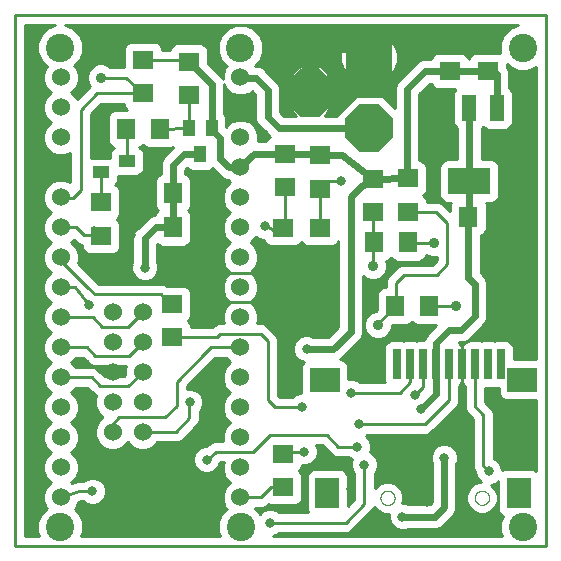
<source format=gbl>
G75*
%MOIN*%
%OFA0B0*%
%FSLAX25Y25*%
%IPPOS*%
%LPD*%
%AMOC8*
5,1,8,0,0,1.08239X$1,22.5*
%
%ADD10C,0.01000*%
%ADD11R,0.07087X0.06299*%
%ADD12R,0.06299X0.07087*%
%ADD13C,0.06024*%
%ADD14OC8,0.15748*%
%ADD15R,0.15748X0.15748*%
%ADD16C,0.07677*%
%ADD17R,0.03937X0.05512*%
%ADD18R,0.07098X0.06299*%
%ADD19R,0.06299X0.07098*%
%ADD20R,0.05512X0.03937*%
%ADD21R,0.04800X0.08800*%
%ADD22R,0.14173X0.08661*%
%ADD23C,0.00000*%
%ADD24R,0.07874X0.10236*%
%ADD25R,0.09843X0.07874*%
%ADD26R,0.02756X0.10236*%
%ADD27C,0.03562*%
%ADD28C,0.03200*%
%ADD29C,0.05000*%
%ADD30C,0.05600*%
%ADD31C,0.02400*%
%ADD32C,0.09449*%
D10*
X0019234Y0003118D02*
X0019234Y0180283D01*
X0196399Y0180283D01*
X0196399Y0003118D01*
X0019234Y0003118D01*
X0022634Y0006518D02*
X0022634Y0176883D01*
X0032675Y0176883D01*
X0030015Y0175782D01*
X0027870Y0173637D01*
X0026709Y0170835D01*
X0026709Y0167802D01*
X0027870Y0164999D01*
X0029879Y0162990D01*
X0029576Y0162687D01*
X0028676Y0160515D01*
X0028676Y0158163D01*
X0029576Y0155990D01*
X0031228Y0154339D01*
X0029576Y0152687D01*
X0028676Y0150515D01*
X0028676Y0148163D01*
X0029576Y0145990D01*
X0031228Y0144339D01*
X0029576Y0142687D01*
X0028676Y0140515D01*
X0028676Y0138163D01*
X0029576Y0135990D01*
X0031239Y0134327D01*
X0033412Y0133427D01*
X0035764Y0133427D01*
X0037734Y0134243D01*
X0037734Y0124434D01*
X0035764Y0125250D01*
X0033412Y0125250D01*
X0031239Y0124350D01*
X0029576Y0122687D01*
X0028676Y0120515D01*
X0028676Y0118163D01*
X0029576Y0115990D01*
X0031228Y0114339D01*
X0029576Y0112687D01*
X0028676Y0110515D01*
X0028676Y0108163D01*
X0029576Y0105990D01*
X0031228Y0104339D01*
X0029576Y0102687D01*
X0028676Y0100515D01*
X0028676Y0098163D01*
X0029576Y0095990D01*
X0031228Y0094339D01*
X0029576Y0092687D01*
X0028676Y0090515D01*
X0028676Y0088163D01*
X0029576Y0085990D01*
X0031228Y0084339D01*
X0029576Y0082687D01*
X0028676Y0080515D01*
X0028676Y0078163D01*
X0029576Y0075990D01*
X0031228Y0074339D01*
X0029576Y0072687D01*
X0028676Y0070515D01*
X0028676Y0068163D01*
X0029576Y0065990D01*
X0031228Y0064339D01*
X0029576Y0062687D01*
X0028676Y0060515D01*
X0028676Y0058163D01*
X0029576Y0055990D01*
X0031228Y0054339D01*
X0029576Y0052687D01*
X0028676Y0050515D01*
X0028676Y0048163D01*
X0029576Y0045990D01*
X0031228Y0044339D01*
X0029576Y0042687D01*
X0028676Y0040515D01*
X0028676Y0038163D01*
X0029576Y0035990D01*
X0031228Y0034339D01*
X0029576Y0032687D01*
X0028676Y0030515D01*
X0028676Y0028163D01*
X0029576Y0025990D01*
X0031228Y0024339D01*
X0029576Y0022687D01*
X0028676Y0020515D01*
X0028676Y0018163D01*
X0029576Y0015990D01*
X0029811Y0015755D01*
X0027870Y0013815D01*
X0026709Y0011013D01*
X0026709Y0007979D01*
X0027315Y0006518D01*
X0022634Y0006518D01*
X0022634Y0007112D02*
X0027069Y0007112D01*
X0026709Y0008111D02*
X0022634Y0008111D01*
X0022634Y0009109D02*
X0026709Y0009109D01*
X0026709Y0010108D02*
X0022634Y0010108D01*
X0022634Y0011106D02*
X0026748Y0011106D01*
X0027162Y0012105D02*
X0022634Y0012105D01*
X0022634Y0013103D02*
X0027575Y0013103D01*
X0028157Y0014102D02*
X0022634Y0014102D01*
X0022634Y0015100D02*
X0029155Y0015100D01*
X0029531Y0016099D02*
X0022634Y0016099D01*
X0022634Y0017097D02*
X0029118Y0017097D01*
X0028704Y0018096D02*
X0022634Y0018096D01*
X0022634Y0019094D02*
X0028676Y0019094D01*
X0028676Y0020093D02*
X0022634Y0020093D01*
X0022634Y0021091D02*
X0028915Y0021091D01*
X0029329Y0022090D02*
X0022634Y0022090D01*
X0022634Y0023088D02*
X0029977Y0023088D01*
X0030976Y0024087D02*
X0022634Y0024087D01*
X0022634Y0025085D02*
X0030481Y0025085D01*
X0029537Y0026084D02*
X0022634Y0026084D01*
X0022634Y0027082D02*
X0029124Y0027082D01*
X0028710Y0028081D02*
X0022634Y0028081D01*
X0022634Y0029079D02*
X0028676Y0029079D01*
X0028676Y0030078D02*
X0022634Y0030078D01*
X0022634Y0031076D02*
X0028909Y0031076D01*
X0029323Y0032075D02*
X0022634Y0032075D01*
X0022634Y0033073D02*
X0029962Y0033073D01*
X0030961Y0034072D02*
X0022634Y0034072D01*
X0022634Y0035070D02*
X0030496Y0035070D01*
X0029544Y0036069D02*
X0022634Y0036069D01*
X0022634Y0037067D02*
X0029130Y0037067D01*
X0028716Y0038066D02*
X0022634Y0038066D01*
X0022634Y0039065D02*
X0028676Y0039065D01*
X0028676Y0040063D02*
X0022634Y0040063D01*
X0022634Y0041062D02*
X0028903Y0041062D01*
X0029317Y0042060D02*
X0022634Y0042060D01*
X0022634Y0043059D02*
X0029948Y0043059D01*
X0030946Y0044057D02*
X0022634Y0044057D01*
X0022634Y0045056D02*
X0030511Y0045056D01*
X0029550Y0046054D02*
X0022634Y0046054D01*
X0022634Y0047053D02*
X0029136Y0047053D01*
X0028723Y0048051D02*
X0022634Y0048051D01*
X0022634Y0049050D02*
X0028676Y0049050D01*
X0028676Y0050048D02*
X0022634Y0050048D01*
X0022634Y0051047D02*
X0028897Y0051047D01*
X0029310Y0052045D02*
X0022634Y0052045D01*
X0022634Y0053044D02*
X0029933Y0053044D01*
X0030931Y0054042D02*
X0022634Y0054042D01*
X0022634Y0055041D02*
X0030525Y0055041D01*
X0029556Y0056039D02*
X0022634Y0056039D01*
X0022634Y0057038D02*
X0029142Y0057038D01*
X0028729Y0058036D02*
X0022634Y0058036D01*
X0022634Y0059035D02*
X0028676Y0059035D01*
X0028676Y0060033D02*
X0022634Y0060033D01*
X0022634Y0061032D02*
X0028891Y0061032D01*
X0029304Y0062030D02*
X0022634Y0062030D01*
X0022634Y0063029D02*
X0029918Y0063029D01*
X0030916Y0064027D02*
X0022634Y0064027D01*
X0022634Y0065026D02*
X0030540Y0065026D01*
X0029562Y0066024D02*
X0022634Y0066024D01*
X0022634Y0067023D02*
X0029148Y0067023D01*
X0028735Y0068021D02*
X0022634Y0068021D01*
X0022634Y0069020D02*
X0028676Y0069020D01*
X0028676Y0070018D02*
X0022634Y0070018D01*
X0022634Y0071017D02*
X0028884Y0071017D01*
X0029298Y0072015D02*
X0022634Y0072015D01*
X0022634Y0073014D02*
X0029903Y0073014D01*
X0030901Y0074012D02*
X0022634Y0074012D01*
X0022634Y0075011D02*
X0030555Y0075011D01*
X0029568Y0076009D02*
X0022634Y0076009D01*
X0022634Y0077008D02*
X0029155Y0077008D01*
X0028741Y0078006D02*
X0022634Y0078006D01*
X0022634Y0079005D02*
X0028676Y0079005D01*
X0028676Y0080003D02*
X0022634Y0080003D01*
X0022634Y0081002D02*
X0028878Y0081002D01*
X0029292Y0082001D02*
X0022634Y0082001D01*
X0022634Y0082999D02*
X0029888Y0082999D01*
X0030887Y0083998D02*
X0022634Y0083998D01*
X0022634Y0084996D02*
X0030570Y0084996D01*
X0029574Y0085995D02*
X0022634Y0085995D01*
X0022634Y0086993D02*
X0029161Y0086993D01*
X0028747Y0087992D02*
X0022634Y0087992D01*
X0022634Y0088990D02*
X0028676Y0088990D01*
X0028676Y0089989D02*
X0022634Y0089989D01*
X0022634Y0090987D02*
X0028872Y0090987D01*
X0029286Y0091986D02*
X0022634Y0091986D01*
X0022634Y0092984D02*
X0029873Y0092984D01*
X0030872Y0093983D02*
X0022634Y0093983D01*
X0022634Y0094981D02*
X0030585Y0094981D01*
X0029587Y0095980D02*
X0022634Y0095980D01*
X0022634Y0096978D02*
X0029167Y0096978D01*
X0028753Y0097977D02*
X0022634Y0097977D01*
X0022634Y0098975D02*
X0028676Y0098975D01*
X0028676Y0099974D02*
X0022634Y0099974D01*
X0022634Y0100972D02*
X0028866Y0100972D01*
X0029280Y0101971D02*
X0022634Y0101971D01*
X0022634Y0102969D02*
X0029858Y0102969D01*
X0030857Y0103968D02*
X0022634Y0103968D01*
X0022634Y0104966D02*
X0030600Y0104966D01*
X0029601Y0105965D02*
X0022634Y0105965D01*
X0022634Y0106963D02*
X0029173Y0106963D01*
X0028760Y0107962D02*
X0022634Y0107962D01*
X0022634Y0108960D02*
X0028676Y0108960D01*
X0028676Y0109959D02*
X0022634Y0109959D01*
X0022634Y0110957D02*
X0028860Y0110957D01*
X0029273Y0111956D02*
X0022634Y0111956D01*
X0022634Y0112954D02*
X0029843Y0112954D01*
X0030842Y0113953D02*
X0022634Y0113953D01*
X0022634Y0114951D02*
X0030615Y0114951D01*
X0029616Y0115950D02*
X0022634Y0115950D01*
X0022634Y0116948D02*
X0029179Y0116948D01*
X0028766Y0117947D02*
X0022634Y0117947D01*
X0022634Y0118945D02*
X0028676Y0118945D01*
X0028676Y0119944D02*
X0022634Y0119944D01*
X0022634Y0120942D02*
X0028854Y0120942D01*
X0029267Y0121941D02*
X0022634Y0121941D01*
X0022634Y0122939D02*
X0029829Y0122939D01*
X0030827Y0123938D02*
X0022634Y0123938D01*
X0022634Y0124936D02*
X0032654Y0124936D01*
X0036522Y0124936D02*
X0037734Y0124936D01*
X0037734Y0125935D02*
X0022634Y0125935D01*
X0022634Y0126934D02*
X0037734Y0126934D01*
X0037734Y0127932D02*
X0022634Y0127932D01*
X0022634Y0128931D02*
X0037734Y0128931D01*
X0037734Y0129929D02*
X0022634Y0129929D01*
X0022634Y0130928D02*
X0037734Y0130928D01*
X0037734Y0131926D02*
X0022634Y0131926D01*
X0022634Y0132925D02*
X0037734Y0132925D01*
X0037734Y0133923D02*
X0036962Y0133923D01*
X0032214Y0133923D02*
X0022634Y0133923D01*
X0022634Y0134922D02*
X0030645Y0134922D01*
X0029646Y0135920D02*
X0022634Y0135920D01*
X0022634Y0136919D02*
X0029192Y0136919D01*
X0028778Y0137917D02*
X0022634Y0137917D01*
X0022634Y0138916D02*
X0028676Y0138916D01*
X0028676Y0139914D02*
X0022634Y0139914D01*
X0022634Y0140913D02*
X0028841Y0140913D01*
X0029255Y0141911D02*
X0022634Y0141911D01*
X0022634Y0142910D02*
X0029799Y0142910D01*
X0030797Y0143908D02*
X0022634Y0143908D01*
X0022634Y0144907D02*
X0030659Y0144907D01*
X0029661Y0145905D02*
X0022634Y0145905D01*
X0022634Y0146904D02*
X0029198Y0146904D01*
X0028784Y0147902D02*
X0022634Y0147902D01*
X0022634Y0148901D02*
X0028676Y0148901D01*
X0028676Y0149899D02*
X0022634Y0149899D01*
X0022634Y0150898D02*
X0028835Y0150898D01*
X0029249Y0151896D02*
X0022634Y0151896D01*
X0022634Y0152895D02*
X0029784Y0152895D01*
X0030782Y0153893D02*
X0022634Y0153893D01*
X0022634Y0154892D02*
X0030674Y0154892D01*
X0029676Y0155890D02*
X0022634Y0155890D01*
X0022634Y0156889D02*
X0029204Y0156889D01*
X0028790Y0157887D02*
X0022634Y0157887D01*
X0022634Y0158886D02*
X0028676Y0158886D01*
X0028676Y0159884D02*
X0022634Y0159884D01*
X0022634Y0160883D02*
X0028829Y0160883D01*
X0029243Y0161881D02*
X0022634Y0161881D01*
X0022634Y0162880D02*
X0029769Y0162880D01*
X0028991Y0163878D02*
X0022634Y0163878D01*
X0022634Y0164877D02*
X0027992Y0164877D01*
X0027507Y0165875D02*
X0022634Y0165875D01*
X0022634Y0166874D02*
X0027094Y0166874D01*
X0026709Y0167872D02*
X0022634Y0167872D01*
X0022634Y0168871D02*
X0026709Y0168871D01*
X0026709Y0169870D02*
X0022634Y0169870D01*
X0022634Y0170868D02*
X0026723Y0170868D01*
X0027137Y0171867D02*
X0022634Y0171867D01*
X0022634Y0172865D02*
X0027550Y0172865D01*
X0028097Y0173864D02*
X0022634Y0173864D01*
X0022634Y0174862D02*
X0029095Y0174862D01*
X0030205Y0175861D02*
X0022634Y0175861D01*
X0022634Y0176859D02*
X0032616Y0176859D01*
X0035993Y0176883D02*
X0187007Y0176883D01*
X0184206Y0175723D01*
X0182062Y0173579D01*
X0180901Y0170776D01*
X0180901Y0167743D01*
X0180952Y0167620D01*
X0180915Y0167635D01*
X0172674Y0167635D01*
X0171608Y0167194D01*
X0170793Y0166378D01*
X0170490Y0165648D01*
X0170229Y0166278D01*
X0169414Y0167094D01*
X0168348Y0167535D01*
X0160107Y0167535D01*
X0159042Y0167094D01*
X0158226Y0166278D01*
X0157908Y0165511D01*
X0155824Y0165486D01*
X0155032Y0165486D01*
X0155009Y0165476D01*
X0154984Y0165476D01*
X0154257Y0165165D01*
X0153526Y0164862D01*
X0153508Y0164844D01*
X0153484Y0164834D01*
X0152931Y0164268D01*
X0146467Y0157803D01*
X0145843Y0156296D01*
X0145843Y0149185D01*
X0141814Y0153213D01*
X0132888Y0153213D01*
X0126577Y0146902D01*
X0126577Y0146539D01*
X0122481Y0146539D01*
X0123364Y0147422D01*
X0124390Y0149899D01*
X0124390Y0152580D01*
X0123702Y0154239D01*
X0124390Y0155899D01*
X0124390Y0158580D01*
X0123364Y0161056D01*
X0121468Y0162952D01*
X0118992Y0163978D01*
X0116311Y0163978D01*
X0113834Y0162952D01*
X0111938Y0161056D01*
X0110913Y0158580D01*
X0110913Y0155899D01*
X0111600Y0154239D01*
X0110913Y0152580D01*
X0110913Y0149899D01*
X0111938Y0147422D01*
X0112821Y0146539D01*
X0108911Y0146539D01*
X0107634Y0147816D01*
X0107634Y0156034D01*
X0107010Y0157541D01*
X0103010Y0161541D01*
X0101856Y0162694D01*
X0100349Y0163318D01*
X0099316Y0163318D01*
X0100898Y0164899D01*
X0102058Y0167702D01*
X0102058Y0170735D01*
X0100898Y0173537D01*
X0098753Y0175682D01*
X0095950Y0176843D01*
X0092917Y0176843D01*
X0090115Y0175682D01*
X0087970Y0173537D01*
X0086809Y0170735D01*
X0086809Y0167702D01*
X0087970Y0164899D01*
X0089800Y0163069D01*
X0089419Y0162687D01*
X0088519Y0160515D01*
X0088519Y0158770D01*
X0088261Y0159393D01*
X0083657Y0163996D01*
X0083657Y0168374D01*
X0083216Y0169440D01*
X0082400Y0170255D01*
X0081334Y0170697D01*
X0073082Y0170697D01*
X0072016Y0170255D01*
X0071200Y0169440D01*
X0070860Y0168618D01*
X0068434Y0168618D01*
X0068434Y0168945D01*
X0067993Y0170010D01*
X0067177Y0170826D01*
X0066111Y0171268D01*
X0057859Y0171268D01*
X0056793Y0170826D01*
X0055977Y0170010D01*
X0055536Y0168945D01*
X0055536Y0162718D01*
X0051054Y0162718D01*
X0050485Y0163287D01*
X0048765Y0163999D01*
X0046903Y0163999D01*
X0045182Y0163287D01*
X0043865Y0161970D01*
X0043153Y0160249D01*
X0043153Y0158387D01*
X0043865Y0156666D01*
X0044120Y0156412D01*
X0039833Y0152125D01*
X0039600Y0152687D01*
X0037949Y0154339D01*
X0039600Y0155990D01*
X0040500Y0158163D01*
X0040500Y0160515D01*
X0039600Y0162687D01*
X0039043Y0163245D01*
X0040798Y0164999D01*
X0041958Y0167802D01*
X0041958Y0170835D01*
X0040798Y0173637D01*
X0038653Y0175782D01*
X0035993Y0176883D01*
X0036052Y0176859D02*
X0186948Y0176859D01*
X0184537Y0175861D02*
X0098321Y0175861D01*
X0099572Y0174862D02*
X0183345Y0174862D01*
X0182346Y0173864D02*
X0100571Y0173864D01*
X0101176Y0172865D02*
X0181766Y0172865D01*
X0181352Y0171867D02*
X0143892Y0171867D01*
X0144168Y0171752D02*
X0141692Y0172778D01*
X0139011Y0172778D01*
X0137351Y0172091D01*
X0135692Y0172778D01*
X0133011Y0172778D01*
X0130534Y0171752D01*
X0128638Y0169856D01*
X0127613Y0167380D01*
X0127613Y0164699D01*
X0128638Y0162222D01*
X0130534Y0160327D01*
X0133011Y0159301D01*
X0135692Y0159301D01*
X0137351Y0159988D01*
X0139011Y0159301D01*
X0141692Y0159301D01*
X0144168Y0160327D01*
X0146064Y0162222D01*
X0147090Y0164699D01*
X0147090Y0167380D01*
X0146064Y0169856D01*
X0144168Y0171752D01*
X0145052Y0170868D02*
X0180939Y0170868D01*
X0180901Y0169870D02*
X0146051Y0169870D01*
X0146472Y0168871D02*
X0180901Y0168871D01*
X0180901Y0167872D02*
X0146886Y0167872D01*
X0147090Y0166874D02*
X0158822Y0166874D01*
X0158059Y0165875D02*
X0147090Y0165875D01*
X0147090Y0164877D02*
X0153563Y0164877D01*
X0152542Y0163878D02*
X0146750Y0163878D01*
X0146336Y0162880D02*
X0151544Y0162880D01*
X0150545Y0161881D02*
X0145723Y0161881D01*
X0144724Y0160883D02*
X0149547Y0160883D01*
X0148548Y0159884D02*
X0143100Y0159884D01*
X0146551Y0157887D02*
X0124390Y0157887D01*
X0124390Y0156889D02*
X0146088Y0156889D01*
X0145843Y0155890D02*
X0124386Y0155890D01*
X0123973Y0154892D02*
X0145843Y0154892D01*
X0145843Y0153893D02*
X0123846Y0153893D01*
X0124259Y0152895D02*
X0132570Y0152895D01*
X0131571Y0151896D02*
X0124390Y0151896D01*
X0124390Y0150898D02*
X0130573Y0150898D01*
X0129574Y0149899D02*
X0124390Y0149899D01*
X0123976Y0148901D02*
X0128576Y0148901D01*
X0127577Y0147902D02*
X0123563Y0147902D01*
X0122845Y0146904D02*
X0126579Y0146904D01*
X0124263Y0158886D02*
X0147550Y0158886D01*
X0145843Y0152895D02*
X0142132Y0152895D01*
X0143131Y0151896D02*
X0145843Y0151896D01*
X0145843Y0150898D02*
X0144130Y0150898D01*
X0145128Y0149899D02*
X0145843Y0149899D01*
X0154043Y0149899D02*
X0165430Y0149899D01*
X0165430Y0148901D02*
X0154043Y0148901D01*
X0154043Y0147902D02*
X0165430Y0147902D01*
X0165430Y0146904D02*
X0154043Y0146904D01*
X0154043Y0145905D02*
X0165430Y0145905D01*
X0165430Y0144907D02*
X0154043Y0144907D01*
X0154043Y0143908D02*
X0165567Y0143908D01*
X0165430Y0144239D02*
X0165871Y0143173D01*
X0166630Y0142415D01*
X0166630Y0132046D01*
X0163066Y0132046D01*
X0162001Y0131604D01*
X0161185Y0130788D01*
X0160743Y0129723D01*
X0160743Y0119907D01*
X0161185Y0118842D01*
X0162001Y0118026D01*
X0163066Y0117584D01*
X0164574Y0117584D01*
X0164365Y0117081D01*
X0164365Y0114695D01*
X0162616Y0116444D01*
X0161660Y0117400D01*
X0160410Y0117918D01*
X0156592Y0117918D01*
X0156592Y0118219D01*
X0156150Y0119285D01*
X0155344Y0120091D01*
X0156150Y0120897D01*
X0156592Y0121963D01*
X0156592Y0129416D01*
X0156150Y0130482D01*
X0155334Y0131298D01*
X0154269Y0131739D01*
X0154060Y0131739D01*
X0154043Y0132314D01*
X0154043Y0153782D01*
X0157567Y0157306D01*
X0157970Y0157311D01*
X0158226Y0156693D01*
X0159042Y0155878D01*
X0160107Y0155436D01*
X0166049Y0155436D01*
X0165871Y0155258D01*
X0165430Y0154193D01*
X0165430Y0144239D01*
X0166135Y0142910D02*
X0154043Y0142910D01*
X0154043Y0141911D02*
X0166630Y0141911D01*
X0166630Y0140913D02*
X0154043Y0140913D01*
X0154043Y0139914D02*
X0166630Y0139914D01*
X0166630Y0138916D02*
X0154043Y0138916D01*
X0154043Y0137917D02*
X0166630Y0137917D01*
X0166630Y0136919D02*
X0154043Y0136919D01*
X0154043Y0135920D02*
X0166630Y0135920D01*
X0166630Y0134922D02*
X0154043Y0134922D01*
X0154043Y0133923D02*
X0166630Y0133923D01*
X0166630Y0132925D02*
X0154043Y0132925D01*
X0154054Y0131926D02*
X0162778Y0131926D01*
X0161324Y0130928D02*
X0155705Y0130928D01*
X0156379Y0129929D02*
X0160829Y0129929D01*
X0160743Y0128931D02*
X0156592Y0128931D01*
X0156592Y0127932D02*
X0160743Y0127932D01*
X0160743Y0126934D02*
X0156592Y0126934D01*
X0156592Y0125935D02*
X0160743Y0125935D01*
X0160743Y0124936D02*
X0156592Y0124936D01*
X0156592Y0123938D02*
X0160743Y0123938D01*
X0160743Y0122939D02*
X0156592Y0122939D01*
X0156582Y0121941D02*
X0160743Y0121941D01*
X0160743Y0120942D02*
X0156169Y0120942D01*
X0155492Y0119944D02*
X0160743Y0119944D01*
X0161142Y0118945D02*
X0156291Y0118945D01*
X0156592Y0117947D02*
X0162191Y0117947D01*
X0162112Y0116948D02*
X0164365Y0116948D01*
X0164365Y0115950D02*
X0163110Y0115950D01*
X0164109Y0114951D02*
X0164365Y0114951D01*
X0163334Y0110918D02*
X0159734Y0114518D01*
X0150168Y0114518D01*
X0150143Y0114493D01*
X0150267Y0104382D02*
X0150431Y0104218D01*
X0158834Y0104218D01*
X0156848Y0099974D02*
X0156200Y0099974D01*
X0156295Y0100203D02*
X0157903Y0099537D01*
X0159765Y0099537D01*
X0159934Y0099607D01*
X0159934Y0098426D01*
X0158426Y0096918D01*
X0148158Y0096918D01*
X0146908Y0096400D01*
X0145951Y0095444D01*
X0143351Y0092844D01*
X0142834Y0091594D01*
X0142834Y0089570D01*
X0142261Y0089570D01*
X0141195Y0089129D01*
X0140379Y0088313D01*
X0139938Y0087247D01*
X0139938Y0081880D01*
X0139457Y0081399D01*
X0139203Y0081399D01*
X0137482Y0080687D01*
X0136165Y0079370D01*
X0135453Y0077649D01*
X0135453Y0075787D01*
X0136165Y0074066D01*
X0137482Y0072750D01*
X0139203Y0072037D01*
X0141065Y0072037D01*
X0142785Y0072750D01*
X0144102Y0074066D01*
X0144815Y0075787D01*
X0144815Y0076672D01*
X0149714Y0076672D01*
X0150780Y0077114D01*
X0151586Y0077920D01*
X0152392Y0077114D01*
X0153458Y0076672D01*
X0159590Y0076672D01*
X0156112Y0073195D01*
X0155504Y0071727D01*
X0153303Y0071727D01*
X0153092Y0071640D01*
X0152882Y0071727D01*
X0148972Y0071727D01*
X0148761Y0071640D01*
X0148551Y0071727D01*
X0144641Y0071727D01*
X0143575Y0071285D01*
X0142760Y0070469D01*
X0142318Y0069404D01*
X0142318Y0058014D01*
X0142448Y0057699D01*
X0134403Y0057699D01*
X0133988Y0058114D01*
X0132334Y0058799D01*
X0130543Y0058799D01*
X0130402Y0058740D01*
X0130402Y0063104D01*
X0129960Y0064170D01*
X0129144Y0064986D01*
X0128078Y0065428D01*
X0127742Y0065428D01*
X0128810Y0066496D01*
X0134610Y0072296D01*
X0135234Y0073803D01*
X0135234Y0093098D01*
X0135882Y0092450D01*
X0137603Y0091737D01*
X0139465Y0091737D01*
X0141185Y0092450D01*
X0142502Y0093766D01*
X0143215Y0095487D01*
X0143215Y0097349D01*
X0142947Y0097995D01*
X0143862Y0098374D01*
X0144668Y0099180D01*
X0145475Y0098374D01*
X0146540Y0097933D01*
X0153993Y0097933D01*
X0155059Y0098374D01*
X0155875Y0099190D01*
X0156295Y0100203D01*
X0155660Y0098975D02*
X0159934Y0098975D01*
X0159484Y0097977D02*
X0154100Y0097977D01*
X0158486Y0096978D02*
X0143215Y0096978D01*
X0143215Y0095980D02*
X0146487Y0095980D01*
X0145951Y0095444D02*
X0145951Y0095444D01*
X0145489Y0094981D02*
X0143005Y0094981D01*
X0142592Y0093983D02*
X0144490Y0093983D01*
X0143492Y0092984D02*
X0141720Y0092984D01*
X0142996Y0091986D02*
X0140065Y0091986D01*
X0142834Y0090987D02*
X0135234Y0090987D01*
X0135234Y0089989D02*
X0142834Y0089989D01*
X0141056Y0088990D02*
X0135234Y0088990D01*
X0135234Y0087992D02*
X0140246Y0087992D01*
X0139938Y0086993D02*
X0135234Y0086993D01*
X0135234Y0085995D02*
X0139938Y0085995D01*
X0139938Y0084996D02*
X0135234Y0084996D01*
X0135234Y0083998D02*
X0139938Y0083998D01*
X0139938Y0082999D02*
X0135234Y0082999D01*
X0135234Y0082001D02*
X0139938Y0082001D01*
X0138244Y0081002D02*
X0135234Y0081002D01*
X0135234Y0080003D02*
X0136799Y0080003D01*
X0136014Y0079005D02*
X0135234Y0079005D01*
X0135234Y0078006D02*
X0135601Y0078006D01*
X0135453Y0077008D02*
X0135234Y0077008D01*
X0135234Y0076009D02*
X0135453Y0076009D01*
X0135234Y0075011D02*
X0135774Y0075011D01*
X0136219Y0074012D02*
X0135234Y0074012D01*
X0134907Y0073014D02*
X0137218Y0073014D01*
X0134329Y0072015D02*
X0155624Y0072015D01*
X0156037Y0073014D02*
X0143050Y0073014D01*
X0144048Y0074012D02*
X0156930Y0074012D01*
X0157928Y0075011D02*
X0144493Y0075011D01*
X0144815Y0076009D02*
X0158927Y0076009D01*
X0152647Y0077008D02*
X0150525Y0077008D01*
X0143307Y0071017D02*
X0133331Y0071017D01*
X0132332Y0070018D02*
X0142573Y0070018D01*
X0142318Y0069020D02*
X0131334Y0069020D01*
X0130335Y0068021D02*
X0142318Y0068021D01*
X0142318Y0067023D02*
X0129337Y0067023D01*
X0128338Y0066024D02*
X0142318Y0066024D01*
X0142318Y0065026D02*
X0129048Y0065026D01*
X0130019Y0064027D02*
X0142318Y0064027D01*
X0142318Y0063029D02*
X0130402Y0063029D01*
X0130402Y0062030D02*
X0142318Y0062030D01*
X0142318Y0061032D02*
X0130402Y0061032D01*
X0130402Y0060033D02*
X0142318Y0060033D01*
X0142318Y0059035D02*
X0130402Y0059035D01*
X0134066Y0058036D02*
X0142318Y0058036D01*
X0147515Y0054299D02*
X0150934Y0057718D01*
X0150934Y0063702D01*
X0150927Y0063709D01*
X0155257Y0063709D02*
X0155257Y0056071D01*
X0152698Y0053512D01*
X0147515Y0054299D02*
X0131439Y0054299D01*
X0133801Y0043669D02*
X0155848Y0043669D01*
X0163919Y0051740D01*
X0163919Y0063709D01*
X0168197Y0064027D02*
X0168302Y0064027D01*
X0168302Y0063029D02*
X0168197Y0063029D01*
X0168197Y0062030D02*
X0168302Y0062030D01*
X0168302Y0061032D02*
X0168197Y0061032D01*
X0168197Y0060033D02*
X0168302Y0060033D01*
X0168302Y0059035D02*
X0168197Y0059035D01*
X0168197Y0058036D02*
X0168302Y0058036D01*
X0168302Y0058014D02*
X0168744Y0056948D01*
X0169180Y0056511D01*
X0169180Y0048995D01*
X0169698Y0047746D01*
X0172034Y0045410D01*
X0172034Y0029181D01*
X0172551Y0027932D01*
X0172777Y0027706D01*
X0172777Y0027119D01*
X0173462Y0025465D01*
X0174445Y0024483D01*
X0173896Y0024483D01*
X0171962Y0023682D01*
X0170481Y0022201D01*
X0169680Y0020267D01*
X0169680Y0018174D01*
X0170481Y0016240D01*
X0171962Y0014759D01*
X0173896Y0013958D01*
X0175989Y0013958D01*
X0177923Y0014759D01*
X0179404Y0016240D01*
X0180205Y0018174D01*
X0180205Y0020267D01*
X0179404Y0022201D01*
X0178091Y0023514D01*
X0178172Y0023514D01*
X0179826Y0024199D01*
X0180310Y0024683D01*
X0180310Y0015100D01*
X0178264Y0015100D01*
X0179263Y0016099D02*
X0180310Y0016099D01*
X0180310Y0017097D02*
X0179759Y0017097D01*
X0180172Y0018096D02*
X0180310Y0018096D01*
X0180310Y0019094D02*
X0180205Y0019094D01*
X0180205Y0020093D02*
X0180310Y0020093D01*
X0180310Y0021091D02*
X0179863Y0021091D01*
X0179450Y0022090D02*
X0180310Y0022090D01*
X0180310Y0023088D02*
X0178517Y0023088D01*
X0179555Y0024087D02*
X0180310Y0024087D01*
X0181777Y0028459D02*
X0181777Y0028909D01*
X0181092Y0030563D01*
X0179826Y0031829D01*
X0178834Y0032240D01*
X0178834Y0047494D01*
X0178316Y0048744D01*
X0177360Y0049700D01*
X0175980Y0051080D01*
X0175980Y0055691D01*
X0178866Y0055691D01*
X0179076Y0055778D01*
X0179287Y0055691D01*
X0180507Y0055691D01*
X0180507Y0054077D01*
X0180949Y0053011D01*
X0181764Y0052195D01*
X0182830Y0051754D01*
X0192999Y0051754D01*
X0192999Y0028100D01*
X0192727Y0028372D01*
X0191661Y0028813D01*
X0182633Y0028813D01*
X0181777Y0028459D01*
X0181707Y0029079D02*
X0192999Y0029079D01*
X0192999Y0030078D02*
X0181293Y0030078D01*
X0180579Y0031076D02*
X0192999Y0031076D01*
X0192999Y0032075D02*
X0179233Y0032075D01*
X0178834Y0033073D02*
X0192999Y0033073D01*
X0192999Y0034072D02*
X0178834Y0034072D01*
X0178834Y0035070D02*
X0192999Y0035070D01*
X0192999Y0036069D02*
X0178834Y0036069D01*
X0178834Y0037067D02*
X0192999Y0037067D01*
X0192999Y0038066D02*
X0178834Y0038066D01*
X0178834Y0039065D02*
X0192999Y0039065D01*
X0192999Y0040063D02*
X0178834Y0040063D01*
X0178834Y0041062D02*
X0192999Y0041062D01*
X0192999Y0042060D02*
X0178834Y0042060D01*
X0178834Y0043059D02*
X0192999Y0043059D01*
X0192999Y0044057D02*
X0178834Y0044057D01*
X0178834Y0045056D02*
X0192999Y0045056D01*
X0192999Y0046054D02*
X0178834Y0046054D01*
X0178834Y0047053D02*
X0192999Y0047053D01*
X0192999Y0048051D02*
X0178603Y0048051D01*
X0178011Y0049050D02*
X0192999Y0049050D01*
X0192999Y0050048D02*
X0177012Y0050048D01*
X0176014Y0051047D02*
X0192999Y0051047D01*
X0182126Y0052045D02*
X0175980Y0052045D01*
X0175980Y0053044D02*
X0180935Y0053044D01*
X0180521Y0054042D02*
X0175980Y0054042D01*
X0175980Y0055041D02*
X0180507Y0055041D01*
X0172580Y0051972D02*
X0172580Y0049672D01*
X0175434Y0046818D01*
X0175434Y0029857D01*
X0177277Y0028014D01*
X0173206Y0026084D02*
X0166334Y0026084D01*
X0166334Y0027082D02*
X0172792Y0027082D01*
X0172490Y0028081D02*
X0166334Y0028081D01*
X0166334Y0029079D02*
X0172076Y0029079D01*
X0172034Y0030078D02*
X0166334Y0030078D01*
X0166334Y0030471D02*
X0166809Y0031619D01*
X0166809Y0033409D01*
X0166124Y0035063D01*
X0164858Y0036329D01*
X0163205Y0037014D01*
X0161414Y0037014D01*
X0159760Y0036329D01*
X0158495Y0035063D01*
X0157809Y0033409D01*
X0157809Y0031619D01*
X0158134Y0030836D01*
X0158134Y0017716D01*
X0157478Y0017061D01*
X0150229Y0017061D01*
X0149263Y0017461D01*
X0148413Y0017461D01*
X0148709Y0018174D01*
X0148709Y0020267D01*
X0147908Y0022201D01*
X0146427Y0023682D01*
X0144493Y0024483D01*
X0142400Y0024483D01*
X0140466Y0023682D01*
X0139169Y0022385D01*
X0139169Y0027319D01*
X0139584Y0027734D01*
X0140269Y0029388D01*
X0140269Y0031179D01*
X0139584Y0032833D01*
X0138318Y0034098D01*
X0137545Y0034419D01*
X0137907Y0035294D01*
X0137907Y0037084D01*
X0137222Y0038738D01*
X0136177Y0039783D01*
X0136350Y0039854D01*
X0136765Y0040269D01*
X0156524Y0040269D01*
X0157774Y0040787D01*
X0166801Y0049814D01*
X0167319Y0051064D01*
X0167319Y0056511D01*
X0167755Y0056948D01*
X0168197Y0058014D01*
X0168197Y0069404D01*
X0167755Y0070469D01*
X0167207Y0071018D01*
X0168849Y0071018D01*
X0170356Y0071642D01*
X0176110Y0077396D01*
X0176734Y0078903D01*
X0176734Y0091234D01*
X0176110Y0092741D01*
X0174956Y0093894D01*
X0174515Y0094335D01*
X0174515Y0106672D01*
X0175207Y0106959D01*
X0176023Y0107775D01*
X0176465Y0108840D01*
X0176465Y0117081D01*
X0176256Y0117584D01*
X0178393Y0117584D01*
X0179459Y0118026D01*
X0180275Y0118842D01*
X0180717Y0119907D01*
X0180717Y0129723D01*
X0180275Y0130788D01*
X0179459Y0131604D01*
X0178393Y0132046D01*
X0174830Y0132046D01*
X0174830Y0142415D01*
X0175280Y0142865D01*
X0175787Y0142357D01*
X0176853Y0141916D01*
X0182807Y0141916D01*
X0183873Y0142357D01*
X0184688Y0143173D01*
X0185130Y0144239D01*
X0185130Y0154193D01*
X0184688Y0155258D01*
X0183930Y0156017D01*
X0183930Y0159870D01*
X0183974Y0159999D01*
X0183930Y0160682D01*
X0183930Y0161366D01*
X0183878Y0161491D01*
X0183869Y0161626D01*
X0183568Y0162241D01*
X0183306Y0162873D01*
X0183238Y0162941D01*
X0183238Y0163765D01*
X0184206Y0162796D01*
X0187009Y0161635D01*
X0190042Y0161635D01*
X0192844Y0162796D01*
X0192999Y0162951D01*
X0192999Y0065428D01*
X0185520Y0065428D01*
X0185520Y0069404D01*
X0185078Y0070469D01*
X0184262Y0071285D01*
X0183197Y0071727D01*
X0179287Y0071727D01*
X0179076Y0071640D01*
X0178866Y0071727D01*
X0174956Y0071727D01*
X0174746Y0071640D01*
X0174535Y0071727D01*
X0170626Y0071727D01*
X0169560Y0071285D01*
X0168744Y0070469D01*
X0168302Y0069404D01*
X0168302Y0058014D01*
X0168707Y0057038D02*
X0167793Y0057038D01*
X0167319Y0056039D02*
X0169180Y0056039D01*
X0169180Y0055041D02*
X0167319Y0055041D01*
X0167319Y0054042D02*
X0169180Y0054042D01*
X0169180Y0053044D02*
X0167319Y0053044D01*
X0167319Y0052045D02*
X0169180Y0052045D01*
X0169180Y0051047D02*
X0167312Y0051047D01*
X0166898Y0050048D02*
X0169180Y0050048D01*
X0169180Y0049050D02*
X0166037Y0049050D01*
X0165038Y0048051D02*
X0169571Y0048051D01*
X0170391Y0047053D02*
X0164040Y0047053D01*
X0163041Y0046054D02*
X0171390Y0046054D01*
X0172034Y0045056D02*
X0162043Y0045056D01*
X0161044Y0044057D02*
X0172034Y0044057D01*
X0172034Y0043059D02*
X0160046Y0043059D01*
X0159047Y0042060D02*
X0172034Y0042060D01*
X0172034Y0041062D02*
X0158049Y0041062D01*
X0159500Y0036069D02*
X0137907Y0036069D01*
X0137907Y0037067D02*
X0172034Y0037067D01*
X0172034Y0036069D02*
X0165119Y0036069D01*
X0166117Y0035070D02*
X0172034Y0035070D01*
X0172034Y0034072D02*
X0166535Y0034072D01*
X0166809Y0033073D02*
X0172034Y0033073D01*
X0172034Y0032075D02*
X0166809Y0032075D01*
X0166585Y0031076D02*
X0172034Y0031076D01*
X0166334Y0030471D02*
X0166334Y0015203D01*
X0165710Y0013696D01*
X0164556Y0012542D01*
X0161499Y0009485D01*
X0159992Y0008861D01*
X0150229Y0008861D01*
X0149263Y0008461D01*
X0147473Y0008461D01*
X0145819Y0009146D01*
X0144553Y0010412D01*
X0143868Y0012066D01*
X0143868Y0013856D01*
X0143910Y0013958D01*
X0142400Y0013958D01*
X0140466Y0014759D01*
X0139005Y0016220D01*
X0138652Y0015365D01*
X0137695Y0014409D01*
X0137695Y0014409D01*
X0132352Y0009066D01*
X0132352Y0009066D01*
X0131396Y0008110D01*
X0130146Y0007592D01*
X0107237Y0007592D01*
X0106822Y0007177D01*
X0105231Y0006518D01*
X0181506Y0006518D01*
X0180901Y0007979D01*
X0180901Y0011013D01*
X0181778Y0013131D01*
X0181568Y0013219D01*
X0180752Y0014034D01*
X0180310Y0015100D01*
X0180724Y0014102D02*
X0176336Y0014102D01*
X0173549Y0014102D02*
X0165878Y0014102D01*
X0166291Y0015100D02*
X0171621Y0015100D01*
X0170622Y0016099D02*
X0166334Y0016099D01*
X0166334Y0017097D02*
X0170126Y0017097D01*
X0169713Y0018096D02*
X0166334Y0018096D01*
X0166334Y0019094D02*
X0169680Y0019094D01*
X0169680Y0020093D02*
X0166334Y0020093D01*
X0166334Y0021091D02*
X0170022Y0021091D01*
X0170435Y0022090D02*
X0166334Y0022090D01*
X0166334Y0023088D02*
X0171369Y0023088D01*
X0172940Y0024087D02*
X0166334Y0024087D01*
X0166334Y0025085D02*
X0173842Y0025085D01*
X0172034Y0038066D02*
X0137500Y0038066D01*
X0136895Y0039065D02*
X0172034Y0039065D01*
X0172034Y0040063D02*
X0136558Y0040063D01*
X0133407Y0036189D02*
X0127108Y0036189D01*
X0123171Y0040126D01*
X0104273Y0040126D01*
X0098761Y0034614D01*
X0086163Y0034614D01*
X0083139Y0031890D01*
X0079955Y0035070D02*
X0038681Y0035070D01*
X0037949Y0034339D02*
X0039600Y0035990D01*
X0040500Y0038163D01*
X0040500Y0040515D01*
X0039600Y0042687D01*
X0037949Y0044339D01*
X0039600Y0045990D01*
X0040500Y0048163D01*
X0040500Y0050515D01*
X0039600Y0052687D01*
X0037949Y0054339D01*
X0039549Y0055939D01*
X0043405Y0055939D01*
X0044851Y0054492D01*
X0045808Y0053536D01*
X0046298Y0053333D01*
X0045881Y0052326D01*
X0045881Y0049974D01*
X0046781Y0047801D01*
X0048432Y0046150D01*
X0046781Y0044498D01*
X0045881Y0042326D01*
X0045881Y0039974D01*
X0046781Y0037801D01*
X0048444Y0036138D01*
X0050617Y0035238D01*
X0052969Y0035238D01*
X0055142Y0036138D01*
X0056793Y0037789D01*
X0058444Y0036138D01*
X0060617Y0035238D01*
X0062969Y0035238D01*
X0065142Y0036138D01*
X0066753Y0037750D01*
X0073542Y0037750D01*
X0074791Y0038267D01*
X0079360Y0042836D01*
X0080316Y0043792D01*
X0080834Y0045042D01*
X0080834Y0048118D01*
X0081316Y0048601D01*
X0082002Y0050254D01*
X0082002Y0052045D01*
X0081316Y0053699D01*
X0080051Y0054965D01*
X0078397Y0055650D01*
X0076606Y0055650D01*
X0076534Y0055620D01*
X0076534Y0056410D01*
X0086063Y0065939D01*
X0089470Y0065939D01*
X0091070Y0064339D01*
X0089419Y0062687D01*
X0088519Y0060515D01*
X0088519Y0058163D01*
X0089419Y0055990D01*
X0091070Y0054339D01*
X0089419Y0052687D01*
X0088519Y0050515D01*
X0088519Y0048163D01*
X0089419Y0045990D01*
X0091070Y0044339D01*
X0089419Y0042687D01*
X0088519Y0040515D01*
X0088519Y0038163D01*
X0088580Y0038014D01*
X0086252Y0038014D01*
X0085665Y0038045D01*
X0085578Y0038014D01*
X0085487Y0038014D01*
X0084944Y0037789D01*
X0084390Y0037593D01*
X0084322Y0037532D01*
X0084237Y0037497D01*
X0083822Y0037081D01*
X0083054Y0036390D01*
X0082243Y0036390D01*
X0080590Y0035705D01*
X0079324Y0034439D01*
X0078639Y0032785D01*
X0078639Y0030995D01*
X0079324Y0029341D01*
X0080590Y0028075D01*
X0082243Y0027390D01*
X0084034Y0027390D01*
X0085688Y0028075D01*
X0086953Y0029341D01*
X0087639Y0030995D01*
X0087639Y0031214D01*
X0088809Y0031214D01*
X0088519Y0030515D01*
X0088519Y0028163D01*
X0089419Y0025990D01*
X0091070Y0024339D01*
X0089419Y0022687D01*
X0088519Y0020515D01*
X0088519Y0018163D01*
X0089419Y0015990D01*
X0089832Y0015577D01*
X0088070Y0013815D01*
X0086909Y0011013D01*
X0086909Y0007979D01*
X0087515Y0006518D01*
X0041353Y0006518D01*
X0041958Y0007979D01*
X0041958Y0011013D01*
X0040798Y0013815D01*
X0039111Y0015501D01*
X0039600Y0015990D01*
X0040319Y0017725D01*
X0041234Y0018042D01*
X0042078Y0018048D01*
X0042475Y0017651D01*
X0044129Y0016966D01*
X0045919Y0016966D01*
X0047573Y0017651D01*
X0048839Y0018917D01*
X0049524Y0020571D01*
X0049524Y0022361D01*
X0048839Y0024015D01*
X0047573Y0025281D01*
X0045919Y0025966D01*
X0044129Y0025966D01*
X0042475Y0025281D01*
X0042041Y0024847D01*
X0040741Y0024839D01*
X0040177Y0024873D01*
X0040069Y0024835D01*
X0039953Y0024834D01*
X0039433Y0024615D01*
X0038125Y0024162D01*
X0037949Y0024339D01*
X0039600Y0025990D01*
X0040500Y0028163D01*
X0040500Y0030515D01*
X0039600Y0032687D01*
X0037949Y0034339D01*
X0038215Y0034072D02*
X0079172Y0034072D01*
X0078758Y0033073D02*
X0039214Y0033073D01*
X0039854Y0032075D02*
X0078639Y0032075D01*
X0078639Y0031076D02*
X0040267Y0031076D01*
X0040500Y0030078D02*
X0079018Y0030078D01*
X0079585Y0029079D02*
X0040500Y0029079D01*
X0040466Y0028081D02*
X0080583Y0028081D01*
X0085694Y0028081D02*
X0088553Y0028081D01*
X0088519Y0029079D02*
X0086692Y0029079D01*
X0087259Y0030078D02*
X0088519Y0030078D01*
X0088752Y0031076D02*
X0087639Y0031076D01*
X0088966Y0027082D02*
X0040053Y0027082D01*
X0039639Y0026084D02*
X0089380Y0026084D01*
X0090323Y0025085D02*
X0047768Y0025085D01*
X0048767Y0024087D02*
X0090818Y0024087D01*
X0089820Y0023088D02*
X0049222Y0023088D01*
X0049524Y0022090D02*
X0089171Y0022090D01*
X0088758Y0021091D02*
X0049524Y0021091D01*
X0049326Y0020093D02*
X0088519Y0020093D01*
X0088519Y0019094D02*
X0048912Y0019094D01*
X0048017Y0018096D02*
X0088547Y0018096D01*
X0088960Y0017097D02*
X0046235Y0017097D01*
X0043812Y0017097D02*
X0040059Y0017097D01*
X0039645Y0016099D02*
X0089374Y0016099D01*
X0089355Y0015100D02*
X0039512Y0015100D01*
X0040511Y0014102D02*
X0088357Y0014102D01*
X0087775Y0013103D02*
X0041092Y0013103D01*
X0041506Y0012105D02*
X0087362Y0012105D01*
X0086948Y0011106D02*
X0041920Y0011106D01*
X0041958Y0010108D02*
X0086909Y0010108D01*
X0086909Y0009109D02*
X0041958Y0009109D01*
X0041958Y0008111D02*
X0086909Y0008111D01*
X0087269Y0007112D02*
X0041599Y0007112D01*
X0034588Y0019339D02*
X0040651Y0021439D01*
X0045024Y0021466D01*
X0042279Y0025085D02*
X0038696Y0025085D01*
X0039633Y0036069D02*
X0048610Y0036069D01*
X0047514Y0037067D02*
X0040046Y0037067D01*
X0040460Y0038066D02*
X0046671Y0038066D01*
X0046258Y0039065D02*
X0040500Y0039065D01*
X0040500Y0040063D02*
X0045881Y0040063D01*
X0045881Y0041062D02*
X0040273Y0041062D01*
X0039860Y0042060D02*
X0045881Y0042060D01*
X0046185Y0043059D02*
X0039229Y0043059D01*
X0038230Y0044057D02*
X0046598Y0044057D01*
X0047338Y0045056D02*
X0038666Y0045056D01*
X0039627Y0046054D02*
X0048337Y0046054D01*
X0047529Y0047053D02*
X0040040Y0047053D01*
X0040454Y0048051D02*
X0046677Y0048051D01*
X0046264Y0049050D02*
X0040500Y0049050D01*
X0040500Y0050048D02*
X0045881Y0050048D01*
X0045881Y0051047D02*
X0040280Y0051047D01*
X0039866Y0052045D02*
X0045881Y0052045D01*
X0046179Y0053044D02*
X0039244Y0053044D01*
X0038245Y0054042D02*
X0045301Y0054042D01*
X0044303Y0055041D02*
X0038651Y0055041D01*
X0034588Y0059339D02*
X0044813Y0059339D01*
X0047734Y0056418D01*
X0057061Y0056418D01*
X0061793Y0061150D01*
X0055881Y0061032D02*
X0047929Y0061032D01*
X0047696Y0061265D02*
X0046739Y0062221D01*
X0045490Y0062739D01*
X0039549Y0062739D01*
X0037949Y0064339D01*
X0039549Y0065939D01*
X0041905Y0065939D01*
X0043151Y0064692D01*
X0044108Y0063736D01*
X0045358Y0063218D01*
X0056251Y0063218D01*
X0055881Y0062326D01*
X0055881Y0060046D01*
X0055653Y0059818D01*
X0049142Y0059818D01*
X0047696Y0061265D01*
X0046930Y0062030D02*
X0055881Y0062030D01*
X0056172Y0063029D02*
X0039259Y0063029D01*
X0038260Y0064027D02*
X0043816Y0064027D01*
X0042818Y0065026D02*
X0038636Y0065026D01*
X0034588Y0069339D02*
X0043313Y0069339D01*
X0046034Y0066618D01*
X0057261Y0066618D01*
X0061793Y0071150D01*
X0056961Y0076318D02*
X0061793Y0081150D01*
X0056961Y0076318D02*
X0048134Y0076318D01*
X0045113Y0079339D01*
X0034588Y0079339D01*
X0043834Y0083418D02*
X0039213Y0089339D01*
X0034588Y0089339D01*
X0041681Y0095980D02*
X0058104Y0095980D01*
X0058104Y0095087D02*
X0058789Y0093433D01*
X0060055Y0092167D01*
X0061709Y0091482D01*
X0063499Y0091482D01*
X0065153Y0092167D01*
X0066419Y0093433D01*
X0067104Y0095087D01*
X0067104Y0096877D01*
X0066634Y0098012D01*
X0066634Y0103887D01*
X0067111Y0103410D01*
X0068177Y0102968D01*
X0075630Y0102968D01*
X0076695Y0103410D01*
X0077511Y0104225D01*
X0077953Y0105291D01*
X0077953Y0113543D01*
X0077511Y0114609D01*
X0077035Y0115086D01*
X0077598Y0115649D01*
X0078039Y0116714D01*
X0078039Y0124955D01*
X0077598Y0126021D01*
X0076782Y0126836D01*
X0076090Y0127123D01*
X0076090Y0128585D01*
X0076775Y0129271D01*
X0077434Y0128612D01*
X0078500Y0128171D01*
X0083590Y0128171D01*
X0084656Y0128612D01*
X0085049Y0129005D01*
X0088191Y0125863D01*
X0089698Y0125239D01*
X0090170Y0125239D01*
X0091070Y0124339D01*
X0089419Y0122687D01*
X0088519Y0120515D01*
X0088519Y0118163D01*
X0089419Y0115990D01*
X0091070Y0114339D01*
X0089419Y0112687D01*
X0088519Y0110515D01*
X0088519Y0108163D01*
X0089419Y0105990D01*
X0091070Y0104339D01*
X0089419Y0102687D01*
X0088519Y0100515D01*
X0088519Y0098163D01*
X0089419Y0095990D01*
X0091070Y0094339D01*
X0089419Y0092687D01*
X0088519Y0090515D01*
X0088519Y0088163D01*
X0089419Y0085990D01*
X0091070Y0084339D01*
X0089419Y0082687D01*
X0088519Y0080515D01*
X0088519Y0078163D01*
X0088841Y0077384D01*
X0087061Y0077384D01*
X0085812Y0076867D01*
X0085062Y0076117D01*
X0078045Y0076117D01*
X0078045Y0076443D01*
X0077604Y0077509D01*
X0076798Y0078315D01*
X0077604Y0079121D01*
X0078045Y0080187D01*
X0078045Y0087640D01*
X0077604Y0088706D01*
X0076788Y0089521D01*
X0075722Y0089963D01*
X0069797Y0089963D01*
X0069760Y0090000D01*
X0068510Y0090518D01*
X0047242Y0090518D01*
X0045660Y0092100D01*
X0045489Y0092171D01*
X0040206Y0097454D01*
X0040500Y0098163D01*
X0040500Y0100515D01*
X0039600Y0102687D01*
X0037949Y0104339D01*
X0038877Y0105267D01*
X0039351Y0104792D01*
X0040308Y0103836D01*
X0041525Y0103332D01*
X0041525Y0102848D01*
X0041966Y0101782D01*
X0042782Y0100967D01*
X0043848Y0100525D01*
X0052100Y0100525D01*
X0053166Y0100967D01*
X0053982Y0101782D01*
X0054423Y0102848D01*
X0054423Y0110301D01*
X0053982Y0111367D01*
X0053176Y0112173D01*
X0053982Y0112979D01*
X0054423Y0114045D01*
X0054423Y0121498D01*
X0053982Y0122564D01*
X0053166Y0123380D01*
X0052663Y0123588D01*
X0053188Y0124113D01*
X0053630Y0125179D01*
X0053630Y0126596D01*
X0059968Y0126596D01*
X0061034Y0127038D01*
X0061850Y0127853D01*
X0062291Y0128919D01*
X0062291Y0134010D01*
X0061850Y0135076D01*
X0061034Y0135892D01*
X0060739Y0136014D01*
X0061141Y0136180D01*
X0061947Y0136987D01*
X0062753Y0136180D01*
X0063819Y0135739D01*
X0071272Y0135739D01*
X0071912Y0136004D01*
X0069667Y0133759D01*
X0068514Y0132606D01*
X0067890Y0131099D01*
X0067890Y0127123D01*
X0067197Y0126836D01*
X0066382Y0126021D01*
X0065940Y0124955D01*
X0065940Y0116714D01*
X0066382Y0115649D01*
X0066858Y0115172D01*
X0066295Y0114609D01*
X0065854Y0113543D01*
X0065854Y0113517D01*
X0065418Y0113517D01*
X0063911Y0112893D01*
X0060211Y0109194D01*
X0059058Y0108041D01*
X0058434Y0106534D01*
X0058434Y0097673D01*
X0058104Y0096877D01*
X0058104Y0095087D01*
X0058148Y0094981D02*
X0042679Y0094981D01*
X0043678Y0093983D02*
X0058561Y0093983D01*
X0059238Y0092984D02*
X0044676Y0092984D01*
X0045775Y0091986D02*
X0060493Y0091986D01*
X0064715Y0091986D02*
X0089128Y0091986D01*
X0088715Y0090987D02*
X0046773Y0090987D01*
X0043734Y0089218D02*
X0045834Y0087118D01*
X0067834Y0087118D01*
X0069034Y0085918D01*
X0069591Y0085918D01*
X0071596Y0083913D01*
X0069772Y0089989D02*
X0088519Y0089989D01*
X0088519Y0088990D02*
X0077319Y0088990D01*
X0077900Y0087992D02*
X0088590Y0087992D01*
X0089003Y0086993D02*
X0078045Y0086993D01*
X0078045Y0085995D02*
X0089417Y0085995D01*
X0090413Y0084996D02*
X0078045Y0084996D01*
X0078045Y0083998D02*
X0090729Y0083998D01*
X0089731Y0082999D02*
X0078045Y0082999D01*
X0078045Y0082001D02*
X0089134Y0082001D01*
X0088721Y0081002D02*
X0078045Y0081002D01*
X0077969Y0080003D02*
X0088519Y0080003D01*
X0088519Y0079005D02*
X0077488Y0079005D01*
X0077106Y0078006D02*
X0088584Y0078006D01*
X0086153Y0077008D02*
X0077811Y0077008D01*
X0071596Y0072717D02*
X0086470Y0072717D01*
X0087738Y0073984D01*
X0101124Y0073984D01*
X0103486Y0071622D01*
X0103486Y0051937D01*
X0105848Y0049575D01*
X0106242Y0049575D01*
X0113328Y0049575D01*
X0114903Y0049575D01*
X0114760Y0054075D02*
X0114008Y0054075D01*
X0112354Y0053390D01*
X0111939Y0052975D01*
X0107256Y0052975D01*
X0106886Y0053345D01*
X0106886Y0072298D01*
X0106368Y0073548D01*
X0105412Y0074504D01*
X0103050Y0076867D01*
X0101800Y0077384D01*
X0100020Y0077384D01*
X0100343Y0078163D01*
X0100343Y0080515D01*
X0099442Y0082687D01*
X0097791Y0084339D01*
X0099442Y0085990D01*
X0100343Y0088163D01*
X0100343Y0090515D01*
X0099442Y0092687D01*
X0097791Y0094339D01*
X0099442Y0095990D01*
X0100343Y0098163D01*
X0100343Y0100515D01*
X0099442Y0102687D01*
X0097791Y0104339D01*
X0099442Y0105990D01*
X0099560Y0106274D01*
X0099956Y0105878D01*
X0101610Y0105193D01*
X0102234Y0105193D01*
X0102596Y0104318D01*
X0103412Y0103502D01*
X0104478Y0103061D01*
X0112730Y0103061D01*
X0113796Y0103502D01*
X0114612Y0104318D01*
X0114706Y0104546D01*
X0114801Y0104318D01*
X0115617Y0103502D01*
X0116683Y0103061D01*
X0124935Y0103061D01*
X0126001Y0103502D01*
X0126816Y0104318D01*
X0127034Y0104843D01*
X0127034Y0076316D01*
X0123636Y0072918D01*
X0118455Y0072918D01*
X0117373Y0073366D01*
X0115583Y0073366D01*
X0113929Y0072681D01*
X0112663Y0071415D01*
X0111978Y0069761D01*
X0111978Y0067971D01*
X0112663Y0066317D01*
X0113929Y0065051D01*
X0115451Y0064421D01*
X0115201Y0064170D01*
X0114759Y0063104D01*
X0114759Y0054077D01*
X0114760Y0054075D01*
X0113929Y0054042D02*
X0106886Y0054042D01*
X0106886Y0055041D02*
X0114759Y0055041D01*
X0114759Y0056039D02*
X0106886Y0056039D01*
X0106886Y0057038D02*
X0114759Y0057038D01*
X0114759Y0058036D02*
X0106886Y0058036D01*
X0106886Y0059035D02*
X0114759Y0059035D01*
X0114759Y0060033D02*
X0106886Y0060033D01*
X0106886Y0061032D02*
X0114759Y0061032D01*
X0114759Y0062030D02*
X0106886Y0062030D01*
X0106886Y0063029D02*
X0114759Y0063029D01*
X0115141Y0064027D02*
X0106886Y0064027D01*
X0106886Y0065026D02*
X0113990Y0065026D01*
X0112956Y0066024D02*
X0106886Y0066024D01*
X0106886Y0067023D02*
X0112371Y0067023D01*
X0111978Y0068021D02*
X0106886Y0068021D01*
X0106886Y0069020D02*
X0111978Y0069020D01*
X0112084Y0070018D02*
X0106886Y0070018D01*
X0106886Y0071017D02*
X0112498Y0071017D01*
X0113263Y0072015D02*
X0106886Y0072015D01*
X0106589Y0073014D02*
X0114732Y0073014D01*
X0118223Y0073014D02*
X0123731Y0073014D01*
X0124730Y0074012D02*
X0105904Y0074012D01*
X0104905Y0075011D02*
X0125728Y0075011D01*
X0126727Y0076009D02*
X0103907Y0076009D01*
X0102708Y0077008D02*
X0127034Y0077008D01*
X0127034Y0078006D02*
X0100278Y0078006D01*
X0100343Y0079005D02*
X0127034Y0079005D01*
X0127034Y0080003D02*
X0100343Y0080003D01*
X0100141Y0081002D02*
X0127034Y0081002D01*
X0127034Y0082001D02*
X0099727Y0082001D01*
X0099131Y0082999D02*
X0127034Y0082999D01*
X0127034Y0083998D02*
X0098132Y0083998D01*
X0098449Y0084996D02*
X0127034Y0084996D01*
X0127034Y0085995D02*
X0099444Y0085995D01*
X0099858Y0086993D02*
X0127034Y0086993D01*
X0127034Y0087992D02*
X0100272Y0087992D01*
X0100343Y0088990D02*
X0127034Y0088990D01*
X0127034Y0089989D02*
X0100343Y0089989D01*
X0100147Y0090987D02*
X0127034Y0090987D01*
X0127034Y0091986D02*
X0099733Y0091986D01*
X0099146Y0092984D02*
X0127034Y0092984D01*
X0127034Y0093983D02*
X0098147Y0093983D01*
X0098434Y0094981D02*
X0127034Y0094981D01*
X0127034Y0095980D02*
X0099432Y0095980D01*
X0099852Y0096978D02*
X0127034Y0096978D01*
X0127034Y0097977D02*
X0100265Y0097977D01*
X0100343Y0098975D02*
X0127034Y0098975D01*
X0127034Y0099974D02*
X0100343Y0099974D01*
X0100153Y0100972D02*
X0127034Y0100972D01*
X0127034Y0101971D02*
X0099739Y0101971D01*
X0099161Y0102969D02*
X0127034Y0102969D01*
X0127034Y0103968D02*
X0126466Y0103968D01*
X0120809Y0109110D02*
X0120809Y0122323D01*
X0123257Y0124772D01*
X0127895Y0124772D01*
X0138619Y0114393D02*
X0138619Y0103431D01*
X0139070Y0104382D01*
X0138534Y0103846D01*
X0138534Y0096418D01*
X0135348Y0092984D02*
X0135234Y0092984D01*
X0135234Y0091986D02*
X0137003Y0091986D01*
X0142955Y0097977D02*
X0146434Y0097977D01*
X0144874Y0098975D02*
X0144463Y0098975D01*
X0148834Y0093518D02*
X0159834Y0093518D01*
X0163334Y0097018D01*
X0163334Y0110918D01*
X0174515Y0105965D02*
X0192999Y0105965D01*
X0192999Y0106963D02*
X0175212Y0106963D01*
X0176101Y0107962D02*
X0192999Y0107962D01*
X0192999Y0108960D02*
X0176465Y0108960D01*
X0176465Y0109959D02*
X0192999Y0109959D01*
X0192999Y0110957D02*
X0176465Y0110957D01*
X0176465Y0111956D02*
X0192999Y0111956D01*
X0192999Y0112954D02*
X0176465Y0112954D01*
X0176465Y0113953D02*
X0192999Y0113953D01*
X0192999Y0114951D02*
X0176465Y0114951D01*
X0176465Y0115950D02*
X0192999Y0115950D01*
X0192999Y0116948D02*
X0176465Y0116948D01*
X0179269Y0117947D02*
X0192999Y0117947D01*
X0192999Y0118945D02*
X0180318Y0118945D01*
X0180717Y0119944D02*
X0192999Y0119944D01*
X0192999Y0120942D02*
X0180717Y0120942D01*
X0180717Y0121941D02*
X0192999Y0121941D01*
X0192999Y0122939D02*
X0180717Y0122939D01*
X0180717Y0123938D02*
X0192999Y0123938D01*
X0192999Y0124936D02*
X0180717Y0124936D01*
X0180717Y0125935D02*
X0192999Y0125935D01*
X0192999Y0126934D02*
X0180717Y0126934D01*
X0180717Y0127932D02*
X0192999Y0127932D01*
X0192999Y0128931D02*
X0180717Y0128931D01*
X0180631Y0129929D02*
X0192999Y0129929D01*
X0192999Y0130928D02*
X0180136Y0130928D01*
X0178682Y0131926D02*
X0192999Y0131926D01*
X0192999Y0132925D02*
X0174830Y0132925D01*
X0174830Y0133923D02*
X0192999Y0133923D01*
X0192999Y0134922D02*
X0174830Y0134922D01*
X0174830Y0135920D02*
X0192999Y0135920D01*
X0192999Y0136919D02*
X0174830Y0136919D01*
X0174830Y0137917D02*
X0192999Y0137917D01*
X0192999Y0138916D02*
X0174830Y0138916D01*
X0174830Y0139914D02*
X0192999Y0139914D01*
X0192999Y0140913D02*
X0174830Y0140913D01*
X0174830Y0141911D02*
X0192999Y0141911D01*
X0192999Y0142910D02*
X0184425Y0142910D01*
X0184993Y0143908D02*
X0192999Y0143908D01*
X0192999Y0144907D02*
X0185130Y0144907D01*
X0185130Y0145905D02*
X0192999Y0145905D01*
X0192999Y0146904D02*
X0185130Y0146904D01*
X0185130Y0147902D02*
X0192999Y0147902D01*
X0192999Y0148901D02*
X0185130Y0148901D01*
X0185130Y0149899D02*
X0192999Y0149899D01*
X0192999Y0150898D02*
X0185130Y0150898D01*
X0185130Y0151896D02*
X0192999Y0151896D01*
X0192999Y0152895D02*
X0185130Y0152895D01*
X0185130Y0153893D02*
X0192999Y0153893D01*
X0192999Y0154892D02*
X0184840Y0154892D01*
X0184057Y0155890D02*
X0192999Y0155890D01*
X0192999Y0156889D02*
X0183930Y0156889D01*
X0183930Y0157887D02*
X0192999Y0157887D01*
X0192999Y0158886D02*
X0183930Y0158886D01*
X0183935Y0159884D02*
X0192999Y0159884D01*
X0192999Y0160883D02*
X0183930Y0160883D01*
X0183744Y0161881D02*
X0186415Y0161881D01*
X0184123Y0162880D02*
X0183299Y0162880D01*
X0190636Y0161881D02*
X0192999Y0161881D01*
X0192999Y0162880D02*
X0192928Y0162880D01*
X0179830Y0149216D02*
X0179470Y0148856D01*
X0165430Y0150898D02*
X0154043Y0150898D01*
X0154043Y0151896D02*
X0165430Y0151896D01*
X0165430Y0152895D02*
X0154043Y0152895D01*
X0154154Y0153893D02*
X0165430Y0153893D01*
X0165720Y0154892D02*
X0155152Y0154892D01*
X0156151Y0155890D02*
X0159029Y0155890D01*
X0158145Y0156889D02*
X0157149Y0156889D01*
X0169634Y0166874D02*
X0171288Y0166874D01*
X0170584Y0165875D02*
X0170396Y0165875D01*
X0137602Y0159884D02*
X0137100Y0159884D01*
X0131602Y0159884D02*
X0123849Y0159884D01*
X0123436Y0160883D02*
X0129978Y0160883D01*
X0128979Y0161881D02*
X0122539Y0161881D01*
X0121540Y0162880D02*
X0128366Y0162880D01*
X0127952Y0163878D02*
X0119232Y0163878D01*
X0116071Y0163878D02*
X0099877Y0163878D01*
X0100875Y0164877D02*
X0127613Y0164877D01*
X0127613Y0165875D02*
X0101302Y0165875D01*
X0101715Y0166874D02*
X0127613Y0166874D01*
X0127817Y0167872D02*
X0102058Y0167872D01*
X0102058Y0168871D02*
X0128230Y0168871D01*
X0128652Y0169870D02*
X0102058Y0169870D01*
X0102003Y0170868D02*
X0129650Y0170868D01*
X0130810Y0171867D02*
X0101589Y0171867D01*
X0090547Y0175861D02*
X0038462Y0175861D01*
X0039572Y0174862D02*
X0089295Y0174862D01*
X0088297Y0173864D02*
X0040571Y0173864D01*
X0041117Y0172865D02*
X0087692Y0172865D01*
X0087278Y0171867D02*
X0041531Y0171867D01*
X0041944Y0170868D02*
X0056894Y0170868D01*
X0055919Y0169870D02*
X0041958Y0169870D01*
X0041958Y0168871D02*
X0055536Y0168871D01*
X0055536Y0167872D02*
X0041958Y0167872D01*
X0041574Y0166874D02*
X0055536Y0166874D01*
X0055536Y0165875D02*
X0041160Y0165875D01*
X0040675Y0164877D02*
X0055536Y0164877D01*
X0055536Y0163878D02*
X0049057Y0163878D01*
X0050892Y0162880D02*
X0055536Y0162880D01*
X0056234Y0159318D02*
X0059534Y0156018D01*
X0059988Y0156018D01*
X0061985Y0154021D01*
X0059031Y0154021D01*
X0061985Y0154021D02*
X0046537Y0154021D01*
X0041134Y0148618D01*
X0041134Y0121718D01*
X0038734Y0119318D01*
X0034609Y0119318D01*
X0034588Y0119339D01*
X0034588Y0109339D02*
X0039613Y0109339D01*
X0042234Y0106718D01*
X0044934Y0106718D01*
X0046382Y0108167D01*
X0047974Y0106575D01*
X0046382Y0108167D02*
X0045210Y0109339D01*
X0041525Y0102969D02*
X0039318Y0102969D01*
X0039897Y0101971D02*
X0041888Y0101971D01*
X0042777Y0100972D02*
X0040310Y0100972D01*
X0040500Y0099974D02*
X0058434Y0099974D01*
X0058434Y0100972D02*
X0053171Y0100972D01*
X0054060Y0101971D02*
X0058434Y0101971D01*
X0058434Y0102969D02*
X0054423Y0102969D01*
X0054423Y0103968D02*
X0058434Y0103968D01*
X0058434Y0104966D02*
X0054423Y0104966D01*
X0054423Y0105965D02*
X0058434Y0105965D01*
X0058612Y0106963D02*
X0054423Y0106963D01*
X0054423Y0107962D02*
X0059025Y0107962D01*
X0059978Y0108960D02*
X0054423Y0108960D01*
X0054423Y0109959D02*
X0060976Y0109959D01*
X0061975Y0110957D02*
X0054151Y0110957D01*
X0053393Y0111956D02*
X0062973Y0111956D01*
X0064058Y0112954D02*
X0053957Y0112954D01*
X0054385Y0113953D02*
X0066023Y0113953D01*
X0066637Y0114951D02*
X0054423Y0114951D01*
X0054423Y0115950D02*
X0066257Y0115950D01*
X0065940Y0116948D02*
X0054423Y0116948D01*
X0054423Y0117947D02*
X0065940Y0117947D01*
X0065940Y0118945D02*
X0054423Y0118945D01*
X0054423Y0119944D02*
X0065940Y0119944D01*
X0065940Y0120942D02*
X0054423Y0120942D01*
X0054240Y0121941D02*
X0065940Y0121941D01*
X0065940Y0122939D02*
X0053606Y0122939D01*
X0053013Y0123938D02*
X0065940Y0123938D01*
X0065940Y0124936D02*
X0053529Y0124936D01*
X0053630Y0125935D02*
X0066346Y0125935D01*
X0067432Y0126934D02*
X0060783Y0126934D01*
X0061882Y0127932D02*
X0067890Y0127932D01*
X0067890Y0128931D02*
X0062291Y0128931D01*
X0062291Y0129929D02*
X0067890Y0129929D01*
X0067890Y0130928D02*
X0062291Y0130928D01*
X0062291Y0131926D02*
X0068232Y0131926D01*
X0068833Y0132925D02*
X0062291Y0132925D01*
X0062291Y0133923D02*
X0069831Y0133923D01*
X0070830Y0134922D02*
X0061914Y0134922D01*
X0060965Y0135920D02*
X0063382Y0135920D01*
X0062015Y0136919D02*
X0061879Y0136919D01*
X0056635Y0131465D02*
X0056635Y0142402D01*
X0056349Y0142188D01*
X0050299Y0141911D02*
X0044534Y0141911D01*
X0044534Y0140913D02*
X0050299Y0140913D01*
X0050299Y0139914D02*
X0044534Y0139914D01*
X0044534Y0138916D02*
X0050299Y0138916D01*
X0050299Y0138062D02*
X0050741Y0136996D01*
X0051556Y0136180D01*
X0052245Y0135895D01*
X0052237Y0135892D01*
X0051421Y0135076D01*
X0050980Y0134010D01*
X0050980Y0132593D01*
X0044641Y0132593D01*
X0044534Y0132548D01*
X0044534Y0147210D01*
X0047945Y0150621D01*
X0055536Y0150621D01*
X0055536Y0150295D01*
X0055977Y0149229D01*
X0056569Y0148637D01*
X0052622Y0148637D01*
X0051556Y0148196D01*
X0050741Y0147380D01*
X0050299Y0146314D01*
X0050299Y0138062D01*
X0050359Y0137917D02*
X0044534Y0137917D01*
X0044534Y0136919D02*
X0050818Y0136919D01*
X0052185Y0135920D02*
X0044534Y0135920D01*
X0044534Y0134922D02*
X0051357Y0134922D01*
X0050980Y0133923D02*
X0044534Y0133923D01*
X0044534Y0132925D02*
X0050980Y0132925D01*
X0047974Y0127724D02*
X0047974Y0117772D01*
X0039177Y0104966D02*
X0038576Y0104966D01*
X0038320Y0103968D02*
X0040176Y0103968D01*
X0040500Y0098975D02*
X0058434Y0098975D01*
X0058434Y0097977D02*
X0040423Y0097977D01*
X0040682Y0096978D02*
X0058146Y0096978D01*
X0062534Y0096052D02*
X0062604Y0095982D01*
X0065970Y0092984D02*
X0089716Y0092984D01*
X0090714Y0093983D02*
X0066647Y0093983D01*
X0067060Y0094981D02*
X0090428Y0094981D01*
X0089429Y0095980D02*
X0067104Y0095980D01*
X0067062Y0096978D02*
X0089010Y0096978D01*
X0088596Y0097977D02*
X0066648Y0097977D01*
X0066634Y0098975D02*
X0088519Y0098975D01*
X0088519Y0099974D02*
X0066634Y0099974D01*
X0066634Y0100972D02*
X0088708Y0100972D01*
X0089122Y0101971D02*
X0066634Y0101971D01*
X0066634Y0102969D02*
X0068174Y0102969D01*
X0071903Y0109417D02*
X0071990Y0109504D01*
X0077953Y0109959D02*
X0088519Y0109959D01*
X0088519Y0108960D02*
X0077953Y0108960D01*
X0077953Y0107962D02*
X0088602Y0107962D01*
X0089016Y0106963D02*
X0077953Y0106963D01*
X0077953Y0105965D02*
X0089444Y0105965D01*
X0090442Y0104966D02*
X0077818Y0104966D01*
X0077254Y0103968D02*
X0090699Y0103968D01*
X0089701Y0102969D02*
X0075632Y0102969D01*
X0083100Y0097852D02*
X0086634Y0094318D01*
X0105009Y0094318D01*
X0108604Y0097913D01*
X0114261Y0103968D02*
X0115151Y0103968D01*
X0109391Y0109898D02*
X0108297Y0109898D01*
X0108604Y0109110D02*
X0106512Y0107018D01*
X0105934Y0107018D01*
X0105109Y0108693D01*
X0102505Y0109693D01*
X0099869Y0105965D02*
X0099417Y0105965D01*
X0098419Y0104966D02*
X0102328Y0104966D01*
X0102946Y0103968D02*
X0098162Y0103968D01*
X0088702Y0110957D02*
X0077953Y0110957D01*
X0077953Y0111956D02*
X0089116Y0111956D01*
X0089686Y0112954D02*
X0077953Y0112954D01*
X0077783Y0113953D02*
X0090684Y0113953D01*
X0090457Y0114951D02*
X0077169Y0114951D01*
X0077723Y0115950D02*
X0089459Y0115950D01*
X0089022Y0116948D02*
X0078039Y0116948D01*
X0078039Y0117947D02*
X0088608Y0117947D01*
X0088519Y0118945D02*
X0078039Y0118945D01*
X0078039Y0119944D02*
X0088519Y0119944D01*
X0088696Y0120942D02*
X0078039Y0120942D01*
X0078039Y0121941D02*
X0089110Y0121941D01*
X0089671Y0122939D02*
X0078039Y0122939D01*
X0078039Y0123938D02*
X0090670Y0123938D01*
X0090472Y0124936D02*
X0078039Y0124936D01*
X0077633Y0125935D02*
X0088119Y0125935D01*
X0087120Y0126934D02*
X0076548Y0126934D01*
X0076090Y0127932D02*
X0086122Y0127932D01*
X0085123Y0128931D02*
X0084974Y0128931D01*
X0077115Y0128931D02*
X0076435Y0128931D01*
X0071828Y0135920D02*
X0071709Y0135920D01*
X0067546Y0142188D02*
X0077305Y0142488D01*
X0077305Y0151654D01*
X0077208Y0153450D01*
X0085772Y0161881D02*
X0089085Y0161881D01*
X0088671Y0160883D02*
X0086770Y0160883D01*
X0087769Y0159884D02*
X0088519Y0159884D01*
X0088519Y0158886D02*
X0088471Y0158886D01*
X0088885Y0157279D02*
X0089419Y0155990D01*
X0091082Y0154327D01*
X0093255Y0153427D01*
X0095607Y0153427D01*
X0097779Y0154327D01*
X0098203Y0154751D01*
X0099434Y0153520D01*
X0099434Y0145303D01*
X0100058Y0143796D01*
X0104293Y0139560D01*
X0104199Y0139521D01*
X0103384Y0138706D01*
X0103097Y0138013D01*
X0100281Y0138013D01*
X0100343Y0138163D01*
X0100343Y0140515D01*
X0099442Y0142687D01*
X0097779Y0144350D01*
X0095607Y0145250D01*
X0093255Y0145250D01*
X0091082Y0144350D01*
X0089654Y0142922D01*
X0089654Y0145821D01*
X0089212Y0146887D01*
X0088885Y0147214D01*
X0088885Y0157279D01*
X0088885Y0156889D02*
X0089047Y0156889D01*
X0088885Y0155890D02*
X0089518Y0155890D01*
X0088885Y0154892D02*
X0090517Y0154892D01*
X0092128Y0153893D02*
X0088885Y0153893D01*
X0088885Y0152895D02*
X0099434Y0152895D01*
X0099434Y0151896D02*
X0088885Y0151896D01*
X0088885Y0150898D02*
X0099434Y0150898D01*
X0099434Y0149899D02*
X0088885Y0149899D01*
X0088885Y0148901D02*
X0099434Y0148901D01*
X0099434Y0147902D02*
X0088885Y0147902D01*
X0089195Y0146904D02*
X0099434Y0146904D01*
X0099434Y0145905D02*
X0089619Y0145905D01*
X0089654Y0144907D02*
X0092425Y0144907D01*
X0090640Y0143908D02*
X0089654Y0143908D01*
X0096436Y0144907D02*
X0099598Y0144907D01*
X0100011Y0143908D02*
X0098222Y0143908D01*
X0099220Y0142910D02*
X0100944Y0142910D01*
X0101943Y0141911D02*
X0099764Y0141911D01*
X0100178Y0140913D02*
X0102941Y0140913D01*
X0103940Y0139914D02*
X0100343Y0139914D01*
X0100343Y0138916D02*
X0103594Y0138916D01*
X0108546Y0146904D02*
X0112457Y0146904D01*
X0111740Y0147902D02*
X0107634Y0147902D01*
X0107634Y0148901D02*
X0111326Y0148901D01*
X0110913Y0149899D02*
X0107634Y0149899D01*
X0107634Y0150898D02*
X0110913Y0150898D01*
X0110913Y0151896D02*
X0107634Y0151896D01*
X0107634Y0152895D02*
X0111043Y0152895D01*
X0111457Y0153893D02*
X0107634Y0153893D01*
X0107634Y0154892D02*
X0111330Y0154892D01*
X0110916Y0155890D02*
X0107634Y0155890D01*
X0107280Y0156889D02*
X0110913Y0156889D01*
X0110913Y0157887D02*
X0106663Y0157887D01*
X0105664Y0158886D02*
X0111039Y0158886D01*
X0111453Y0159884D02*
X0104666Y0159884D01*
X0103667Y0160883D02*
X0111867Y0160883D01*
X0112763Y0161881D02*
X0102669Y0161881D01*
X0101407Y0162880D02*
X0113762Y0162880D01*
X0099060Y0153893D02*
X0096733Y0153893D01*
X0089611Y0162880D02*
X0084773Y0162880D01*
X0083775Y0163878D02*
X0088991Y0163878D01*
X0087992Y0164877D02*
X0083657Y0164877D01*
X0083657Y0165875D02*
X0087566Y0165875D01*
X0087152Y0166874D02*
X0083657Y0166874D01*
X0083657Y0167872D02*
X0086809Y0167872D01*
X0086809Y0168871D02*
X0083451Y0168871D01*
X0082786Y0169870D02*
X0086809Y0169870D01*
X0086865Y0170868D02*
X0067076Y0170868D01*
X0068051Y0169870D02*
X0071630Y0169870D01*
X0070965Y0168871D02*
X0068434Y0168871D01*
X0061985Y0165218D02*
X0076637Y0165218D01*
X0077208Y0164647D01*
X0056234Y0159318D02*
X0047834Y0159318D01*
X0043415Y0160883D02*
X0040347Y0160883D01*
X0040500Y0159884D02*
X0043153Y0159884D01*
X0043153Y0158886D02*
X0040500Y0158886D01*
X0040386Y0157887D02*
X0043360Y0157887D01*
X0043773Y0156889D02*
X0039972Y0156889D01*
X0039501Y0155890D02*
X0043598Y0155890D01*
X0042599Y0154892D02*
X0038502Y0154892D01*
X0038394Y0153893D02*
X0041601Y0153893D01*
X0040602Y0152895D02*
X0039393Y0152895D01*
X0045226Y0147902D02*
X0051263Y0147902D01*
X0050543Y0146904D02*
X0044534Y0146904D01*
X0044534Y0145905D02*
X0050299Y0145905D01*
X0050299Y0144907D02*
X0044534Y0144907D01*
X0044534Y0143908D02*
X0050299Y0143908D01*
X0050299Y0142910D02*
X0044534Y0142910D01*
X0046225Y0148901D02*
X0056305Y0148901D01*
X0055700Y0149899D02*
X0047223Y0149899D01*
X0043829Y0161881D02*
X0039934Y0161881D01*
X0039407Y0162880D02*
X0044776Y0162880D01*
X0046611Y0163878D02*
X0039677Y0163878D01*
X0083100Y0109417D02*
X0083100Y0097852D01*
X0085734Y0084518D02*
X0104134Y0084518D01*
X0094431Y0069339D02*
X0084654Y0069339D01*
X0084034Y0068718D01*
X0073134Y0057818D01*
X0073134Y0049918D01*
X0069434Y0046218D01*
X0054034Y0046218D01*
X0053634Y0045818D01*
X0051793Y0043977D01*
X0051793Y0041150D01*
X0056071Y0037067D02*
X0057514Y0037067D01*
X0058610Y0036069D02*
X0054976Y0036069D01*
X0061793Y0041150D02*
X0072865Y0041150D01*
X0077434Y0045718D01*
X0077434Y0051082D01*
X0077502Y0051150D01*
X0080973Y0054042D02*
X0090774Y0054042D01*
X0090368Y0055041D02*
X0079867Y0055041D01*
X0081588Y0053044D02*
X0089775Y0053044D01*
X0089153Y0052045D02*
X0082001Y0052045D01*
X0082002Y0051047D02*
X0088739Y0051047D01*
X0088519Y0050048D02*
X0081916Y0050048D01*
X0081502Y0049050D02*
X0088519Y0049050D01*
X0088565Y0048051D02*
X0080834Y0048051D01*
X0080834Y0047053D02*
X0088979Y0047053D01*
X0089392Y0046054D02*
X0080834Y0046054D01*
X0080834Y0045056D02*
X0090353Y0045056D01*
X0090789Y0044057D02*
X0080426Y0044057D01*
X0079583Y0043059D02*
X0089790Y0043059D01*
X0089159Y0042060D02*
X0078584Y0042060D01*
X0077586Y0041062D02*
X0088745Y0041062D01*
X0088519Y0040063D02*
X0076587Y0040063D01*
X0075589Y0039065D02*
X0088519Y0039065D01*
X0088559Y0038066D02*
X0074305Y0038066D01*
X0081469Y0036069D02*
X0064976Y0036069D01*
X0066071Y0037067D02*
X0083807Y0037067D01*
X0089398Y0056039D02*
X0076534Y0056039D01*
X0077162Y0057038D02*
X0088985Y0057038D01*
X0088571Y0058036D02*
X0078160Y0058036D01*
X0079159Y0059035D02*
X0088519Y0059035D01*
X0088519Y0060033D02*
X0080157Y0060033D01*
X0081156Y0061032D02*
X0088733Y0061032D01*
X0089147Y0062030D02*
X0082154Y0062030D01*
X0083153Y0063029D02*
X0089760Y0063029D01*
X0090759Y0064027D02*
X0084151Y0064027D01*
X0085150Y0065026D02*
X0090383Y0065026D01*
X0084034Y0068718D02*
X0081439Y0066123D01*
X0107187Y0053044D02*
X0112008Y0053044D01*
X0119687Y0036726D02*
X0121763Y0036726D01*
X0125182Y0033307D01*
X0126432Y0032789D01*
X0130443Y0032789D01*
X0130858Y0032374D01*
X0131632Y0032054D01*
X0131269Y0031179D01*
X0131269Y0029388D01*
X0131954Y0027734D01*
X0132369Y0027319D01*
X0132369Y0018700D01*
X0130205Y0016535D01*
X0130205Y0026490D01*
X0129763Y0027556D01*
X0128947Y0028372D01*
X0127882Y0028813D01*
X0118854Y0028813D01*
X0117788Y0028372D01*
X0116972Y0027556D01*
X0116531Y0026490D01*
X0116531Y0015100D01*
X0106114Y0015100D01*
X0106822Y0014807D02*
X0105168Y0015492D01*
X0103378Y0015492D01*
X0101724Y0014807D01*
X0100865Y0013948D01*
X0099133Y0015680D01*
X0099391Y0015939D01*
X0101879Y0015939D01*
X0103128Y0016456D01*
X0103673Y0017000D01*
X0104478Y0016667D01*
X0112730Y0016667D01*
X0113796Y0017108D01*
X0114612Y0017924D01*
X0115053Y0018990D01*
X0115053Y0026443D01*
X0114612Y0027509D01*
X0113806Y0028315D01*
X0114612Y0029121D01*
X0115023Y0030114D01*
X0116586Y0030114D01*
X0118240Y0030799D01*
X0119505Y0032065D01*
X0120191Y0033719D01*
X0120191Y0035509D01*
X0119687Y0036726D01*
X0119959Y0036069D02*
X0122420Y0036069D01*
X0123418Y0035070D02*
X0120191Y0035070D01*
X0120191Y0034072D02*
X0124417Y0034072D01*
X0125745Y0033073D02*
X0119923Y0033073D01*
X0119510Y0032075D02*
X0131580Y0032075D01*
X0131269Y0031076D02*
X0118517Y0031076D01*
X0117497Y0028081D02*
X0114040Y0028081D01*
X0114570Y0029079D02*
X0131397Y0029079D01*
X0131269Y0030078D02*
X0115008Y0030078D01*
X0114788Y0027082D02*
X0116776Y0027082D01*
X0116531Y0026084D02*
X0115053Y0026084D01*
X0115053Y0025085D02*
X0116531Y0025085D01*
X0116531Y0024087D02*
X0115053Y0024087D01*
X0115053Y0023088D02*
X0116531Y0023088D01*
X0116531Y0022090D02*
X0115053Y0022090D01*
X0115053Y0021091D02*
X0116531Y0021091D01*
X0116531Y0020093D02*
X0115053Y0020093D01*
X0115053Y0019094D02*
X0116531Y0019094D01*
X0116531Y0018096D02*
X0114683Y0018096D01*
X0113769Y0017097D02*
X0116531Y0017097D01*
X0116531Y0016099D02*
X0102265Y0016099D01*
X0102432Y0015100D02*
X0099712Y0015100D01*
X0100711Y0014102D02*
X0101019Y0014102D01*
X0101202Y0019339D02*
X0104667Y0022803D01*
X0108517Y0022803D01*
X0108604Y0022717D01*
X0106822Y0014807D02*
X0107237Y0014392D01*
X0116824Y0014392D01*
X0116531Y0015100D01*
X0106665Y0007112D02*
X0181260Y0007112D01*
X0180901Y0008111D02*
X0131397Y0008111D01*
X0132395Y0009109D02*
X0145907Y0009109D01*
X0144857Y0010108D02*
X0133394Y0010108D01*
X0134392Y0011106D02*
X0144265Y0011106D01*
X0143868Y0012105D02*
X0135391Y0012105D01*
X0136389Y0013103D02*
X0143868Y0013103D01*
X0142053Y0014102D02*
X0137388Y0014102D01*
X0138387Y0015100D02*
X0140125Y0015100D01*
X0139126Y0016099D02*
X0138955Y0016099D01*
X0135769Y0017291D02*
X0135769Y0030283D01*
X0139898Y0032075D02*
X0157809Y0032075D01*
X0157809Y0033073D02*
X0139343Y0033073D01*
X0138345Y0034072D02*
X0158084Y0034072D01*
X0158502Y0035070D02*
X0137815Y0035070D01*
X0140269Y0031076D02*
X0158034Y0031076D01*
X0158134Y0030078D02*
X0140269Y0030078D01*
X0140141Y0029079D02*
X0158134Y0029079D01*
X0158134Y0028081D02*
X0139728Y0028081D01*
X0139169Y0027082D02*
X0158134Y0027082D01*
X0158134Y0026084D02*
X0139169Y0026084D01*
X0139169Y0025085D02*
X0158134Y0025085D01*
X0158134Y0024087D02*
X0145449Y0024087D01*
X0147020Y0023088D02*
X0158134Y0023088D01*
X0158134Y0022090D02*
X0147954Y0022090D01*
X0148367Y0021091D02*
X0158134Y0021091D01*
X0158134Y0020093D02*
X0148709Y0020093D01*
X0148709Y0019094D02*
X0158134Y0019094D01*
X0158134Y0018096D02*
X0148676Y0018096D01*
X0150140Y0017097D02*
X0157515Y0017097D01*
X0163120Y0011106D02*
X0180940Y0011106D01*
X0180901Y0010108D02*
X0162122Y0010108D01*
X0160592Y0009109D02*
X0180901Y0009109D01*
X0181353Y0012105D02*
X0164119Y0012105D01*
X0165117Y0013103D02*
X0181767Y0013103D01*
X0172580Y0051972D02*
X0172580Y0063709D01*
X0168302Y0065026D02*
X0168197Y0065026D01*
X0168197Y0066024D02*
X0168302Y0066024D01*
X0168302Y0067023D02*
X0168197Y0067023D01*
X0168197Y0068021D02*
X0168302Y0068021D01*
X0168302Y0069020D02*
X0168197Y0069020D01*
X0167942Y0070018D02*
X0168557Y0070018D01*
X0169291Y0071017D02*
X0167208Y0071017D01*
X0170729Y0072015D02*
X0192999Y0072015D01*
X0192999Y0071017D02*
X0184531Y0071017D01*
X0185265Y0070018D02*
X0192999Y0070018D01*
X0192999Y0069020D02*
X0185520Y0069020D01*
X0185520Y0068021D02*
X0192999Y0068021D01*
X0192999Y0067023D02*
X0185520Y0067023D01*
X0185520Y0066024D02*
X0192999Y0066024D01*
X0192999Y0073014D02*
X0171728Y0073014D01*
X0172726Y0074012D02*
X0192999Y0074012D01*
X0192999Y0075011D02*
X0173725Y0075011D01*
X0174723Y0076009D02*
X0192999Y0076009D01*
X0192999Y0077008D02*
X0175722Y0077008D01*
X0176363Y0078006D02*
X0192999Y0078006D01*
X0192999Y0079005D02*
X0176734Y0079005D01*
X0176734Y0080003D02*
X0192999Y0080003D01*
X0192999Y0081002D02*
X0176734Y0081002D01*
X0176734Y0082001D02*
X0192999Y0082001D01*
X0192999Y0082999D02*
X0176734Y0082999D01*
X0176734Y0083998D02*
X0192999Y0083998D01*
X0192999Y0084996D02*
X0176734Y0084996D01*
X0176734Y0085995D02*
X0192999Y0085995D01*
X0192999Y0086993D02*
X0176734Y0086993D01*
X0176734Y0087992D02*
X0192999Y0087992D01*
X0192999Y0088990D02*
X0176734Y0088990D01*
X0176734Y0089989D02*
X0192999Y0089989D01*
X0192999Y0090987D02*
X0176734Y0090987D01*
X0176422Y0091986D02*
X0192999Y0091986D01*
X0192999Y0092984D02*
X0175866Y0092984D01*
X0174868Y0093983D02*
X0192999Y0093983D01*
X0192999Y0094981D02*
X0174515Y0094981D01*
X0174515Y0095980D02*
X0192999Y0095980D01*
X0192999Y0096978D02*
X0174515Y0096978D01*
X0174515Y0097977D02*
X0192999Y0097977D01*
X0192999Y0098975D02*
X0174515Y0098975D01*
X0174515Y0099974D02*
X0192999Y0099974D01*
X0192999Y0100972D02*
X0174515Y0100972D01*
X0174515Y0101971D02*
X0192999Y0101971D01*
X0192999Y0102969D02*
X0174515Y0102969D01*
X0174515Y0103968D02*
X0192999Y0103968D01*
X0192999Y0104966D02*
X0174515Y0104966D01*
X0170415Y0122803D02*
X0170415Y0124500D01*
X0170730Y0124815D01*
X0170730Y0123118D01*
X0170415Y0122803D01*
X0148834Y0093518D02*
X0146234Y0090918D01*
X0146234Y0083368D01*
X0145987Y0083121D01*
X0140134Y0077268D01*
X0140134Y0076718D01*
X0157184Y0083121D02*
X0157287Y0083018D01*
X0166334Y0083018D01*
X0115691Y0034614D02*
X0109305Y0034614D01*
X0108604Y0033913D01*
X0101202Y0019339D02*
X0094431Y0019339D01*
X0104273Y0010992D02*
X0129470Y0010992D01*
X0135769Y0017291D01*
X0132369Y0019094D02*
X0130205Y0019094D01*
X0130205Y0018096D02*
X0131765Y0018096D01*
X0130767Y0017097D02*
X0130205Y0017097D01*
X0130205Y0020093D02*
X0132369Y0020093D01*
X0132369Y0021091D02*
X0130205Y0021091D01*
X0130205Y0022090D02*
X0132369Y0022090D01*
X0132369Y0023088D02*
X0130205Y0023088D01*
X0130205Y0024087D02*
X0132369Y0024087D01*
X0132369Y0025085D02*
X0130205Y0025085D01*
X0130205Y0026084D02*
X0132369Y0026084D01*
X0132369Y0027082D02*
X0129959Y0027082D01*
X0129238Y0028081D02*
X0131811Y0028081D01*
X0139169Y0024087D02*
X0141444Y0024087D01*
X0139872Y0023088D02*
X0139169Y0023088D01*
X0055868Y0060033D02*
X0048927Y0060033D01*
X0043734Y0089218D02*
X0043634Y0089218D01*
X0034588Y0098264D01*
X0034588Y0099339D01*
X0108604Y0109110D02*
X0109391Y0109898D01*
X0109391Y0122717D01*
D11*
X0164228Y0161486D03*
X0164228Y0172509D03*
X0176794Y0172609D03*
X0176794Y0161586D03*
D12*
X0181439Y0112961D03*
X0170415Y0112961D03*
X0083013Y0120835D03*
X0071990Y0120835D03*
D13*
X0094431Y0119339D03*
X0094431Y0129339D03*
X0094431Y0139339D03*
X0094431Y0149339D03*
X0094431Y0159339D03*
X0094431Y0109339D03*
X0094431Y0099339D03*
X0094431Y0089339D03*
X0094431Y0079339D03*
X0094431Y0069339D03*
X0094431Y0059339D03*
X0094431Y0049339D03*
X0094431Y0039339D03*
X0094431Y0029339D03*
X0094431Y0019339D03*
X0061793Y0041150D03*
X0051793Y0041150D03*
X0051793Y0051150D03*
X0061793Y0051150D03*
X0061793Y0061150D03*
X0061793Y0071150D03*
X0051793Y0071150D03*
X0051793Y0061150D03*
X0034588Y0059339D03*
X0034588Y0069339D03*
X0034588Y0079339D03*
X0034588Y0089339D03*
X0034588Y0099339D03*
X0034588Y0109339D03*
X0034588Y0119339D03*
X0034588Y0129339D03*
X0034588Y0139339D03*
X0034588Y0149339D03*
X0034588Y0159339D03*
X0051793Y0081150D03*
X0061793Y0081150D03*
X0034588Y0049339D03*
X0034588Y0039339D03*
X0034588Y0029339D03*
X0034588Y0019339D03*
D14*
X0137351Y0142439D03*
X0117651Y0154239D03*
D15*
X0137351Y0166039D03*
D16*
X0134351Y0166039D03*
X0140351Y0166039D03*
X0117651Y0157239D03*
X0117651Y0151239D03*
X0134351Y0142439D03*
X0140351Y0142439D03*
D17*
X0084785Y0142488D03*
X0077305Y0142488D03*
X0081045Y0133827D03*
D18*
X0077208Y0153450D03*
X0077208Y0164647D03*
X0061985Y0165218D03*
X0061985Y0154021D03*
X0047974Y0117772D03*
X0047974Y0106575D03*
X0071596Y0083913D03*
X0071596Y0072717D03*
X0108604Y0097913D03*
X0108604Y0109110D03*
X0120809Y0109110D03*
X0120809Y0097913D03*
X0138619Y0114393D03*
X0138619Y0125590D03*
X0150143Y0125690D03*
X0150143Y0114493D03*
X0120809Y0122323D03*
X0120809Y0133520D03*
X0109391Y0133913D03*
X0109391Y0122717D03*
X0108604Y0033913D03*
X0108604Y0022717D03*
D19*
X0145987Y0083121D03*
X0157184Y0083121D03*
X0150267Y0104382D03*
X0139070Y0104382D03*
X0083100Y0109417D03*
X0071903Y0109417D03*
X0067546Y0142188D03*
X0056349Y0142188D03*
D20*
X0047974Y0135205D03*
X0047974Y0127724D03*
X0056635Y0131465D03*
D21*
X0161630Y0149216D03*
X0170730Y0149216D03*
X0179830Y0149216D03*
D22*
X0170730Y0124815D03*
D23*
X0172581Y0019220D02*
X0172583Y0019317D01*
X0172589Y0019414D01*
X0172599Y0019510D01*
X0172613Y0019606D01*
X0172631Y0019702D01*
X0172652Y0019796D01*
X0172678Y0019890D01*
X0172707Y0019982D01*
X0172741Y0020073D01*
X0172777Y0020163D01*
X0172818Y0020251D01*
X0172862Y0020337D01*
X0172910Y0020422D01*
X0172961Y0020504D01*
X0173015Y0020585D01*
X0173073Y0020663D01*
X0173134Y0020738D01*
X0173197Y0020811D01*
X0173264Y0020882D01*
X0173334Y0020949D01*
X0173406Y0021014D01*
X0173481Y0021075D01*
X0173559Y0021134D01*
X0173638Y0021189D01*
X0173720Y0021241D01*
X0173804Y0021289D01*
X0173890Y0021334D01*
X0173978Y0021376D01*
X0174067Y0021414D01*
X0174158Y0021448D01*
X0174250Y0021478D01*
X0174343Y0021505D01*
X0174438Y0021527D01*
X0174533Y0021546D01*
X0174629Y0021561D01*
X0174725Y0021572D01*
X0174822Y0021579D01*
X0174919Y0021582D01*
X0175016Y0021581D01*
X0175113Y0021576D01*
X0175209Y0021567D01*
X0175305Y0021554D01*
X0175401Y0021537D01*
X0175496Y0021516D01*
X0175589Y0021492D01*
X0175682Y0021463D01*
X0175774Y0021431D01*
X0175864Y0021395D01*
X0175952Y0021356D01*
X0176039Y0021312D01*
X0176124Y0021266D01*
X0176207Y0021215D01*
X0176288Y0021162D01*
X0176366Y0021105D01*
X0176443Y0021045D01*
X0176516Y0020982D01*
X0176587Y0020916D01*
X0176655Y0020847D01*
X0176721Y0020775D01*
X0176783Y0020701D01*
X0176842Y0020624D01*
X0176898Y0020545D01*
X0176951Y0020463D01*
X0177001Y0020380D01*
X0177046Y0020294D01*
X0177089Y0020207D01*
X0177128Y0020118D01*
X0177163Y0020028D01*
X0177194Y0019936D01*
X0177221Y0019843D01*
X0177245Y0019749D01*
X0177265Y0019654D01*
X0177281Y0019558D01*
X0177293Y0019462D01*
X0177301Y0019365D01*
X0177305Y0019268D01*
X0177305Y0019172D01*
X0177301Y0019075D01*
X0177293Y0018978D01*
X0177281Y0018882D01*
X0177265Y0018786D01*
X0177245Y0018691D01*
X0177221Y0018597D01*
X0177194Y0018504D01*
X0177163Y0018412D01*
X0177128Y0018322D01*
X0177089Y0018233D01*
X0177046Y0018146D01*
X0177001Y0018060D01*
X0176951Y0017977D01*
X0176898Y0017895D01*
X0176842Y0017816D01*
X0176783Y0017739D01*
X0176721Y0017665D01*
X0176655Y0017593D01*
X0176587Y0017524D01*
X0176516Y0017458D01*
X0176443Y0017395D01*
X0176366Y0017335D01*
X0176288Y0017278D01*
X0176207Y0017225D01*
X0176124Y0017174D01*
X0176039Y0017128D01*
X0175952Y0017084D01*
X0175864Y0017045D01*
X0175774Y0017009D01*
X0175682Y0016977D01*
X0175589Y0016948D01*
X0175496Y0016924D01*
X0175401Y0016903D01*
X0175305Y0016886D01*
X0175209Y0016873D01*
X0175113Y0016864D01*
X0175016Y0016859D01*
X0174919Y0016858D01*
X0174822Y0016861D01*
X0174725Y0016868D01*
X0174629Y0016879D01*
X0174533Y0016894D01*
X0174438Y0016913D01*
X0174343Y0016935D01*
X0174250Y0016962D01*
X0174158Y0016992D01*
X0174067Y0017026D01*
X0173978Y0017064D01*
X0173890Y0017106D01*
X0173804Y0017151D01*
X0173720Y0017199D01*
X0173638Y0017251D01*
X0173559Y0017306D01*
X0173481Y0017365D01*
X0173406Y0017426D01*
X0173334Y0017491D01*
X0173264Y0017558D01*
X0173197Y0017629D01*
X0173134Y0017702D01*
X0173073Y0017777D01*
X0173015Y0017855D01*
X0172961Y0017936D01*
X0172910Y0018018D01*
X0172862Y0018103D01*
X0172818Y0018189D01*
X0172777Y0018277D01*
X0172741Y0018367D01*
X0172707Y0018458D01*
X0172678Y0018550D01*
X0172652Y0018644D01*
X0172631Y0018738D01*
X0172613Y0018834D01*
X0172599Y0018930D01*
X0172589Y0019026D01*
X0172583Y0019123D01*
X0172581Y0019220D01*
X0141084Y0019220D02*
X0141086Y0019317D01*
X0141092Y0019414D01*
X0141102Y0019510D01*
X0141116Y0019606D01*
X0141134Y0019702D01*
X0141155Y0019796D01*
X0141181Y0019890D01*
X0141210Y0019982D01*
X0141244Y0020073D01*
X0141280Y0020163D01*
X0141321Y0020251D01*
X0141365Y0020337D01*
X0141413Y0020422D01*
X0141464Y0020504D01*
X0141518Y0020585D01*
X0141576Y0020663D01*
X0141637Y0020738D01*
X0141700Y0020811D01*
X0141767Y0020882D01*
X0141837Y0020949D01*
X0141909Y0021014D01*
X0141984Y0021075D01*
X0142062Y0021134D01*
X0142141Y0021189D01*
X0142223Y0021241D01*
X0142307Y0021289D01*
X0142393Y0021334D01*
X0142481Y0021376D01*
X0142570Y0021414D01*
X0142661Y0021448D01*
X0142753Y0021478D01*
X0142846Y0021505D01*
X0142941Y0021527D01*
X0143036Y0021546D01*
X0143132Y0021561D01*
X0143228Y0021572D01*
X0143325Y0021579D01*
X0143422Y0021582D01*
X0143519Y0021581D01*
X0143616Y0021576D01*
X0143712Y0021567D01*
X0143808Y0021554D01*
X0143904Y0021537D01*
X0143999Y0021516D01*
X0144092Y0021492D01*
X0144185Y0021463D01*
X0144277Y0021431D01*
X0144367Y0021395D01*
X0144455Y0021356D01*
X0144542Y0021312D01*
X0144627Y0021266D01*
X0144710Y0021215D01*
X0144791Y0021162D01*
X0144869Y0021105D01*
X0144946Y0021045D01*
X0145019Y0020982D01*
X0145090Y0020916D01*
X0145158Y0020847D01*
X0145224Y0020775D01*
X0145286Y0020701D01*
X0145345Y0020624D01*
X0145401Y0020545D01*
X0145454Y0020463D01*
X0145504Y0020380D01*
X0145549Y0020294D01*
X0145592Y0020207D01*
X0145631Y0020118D01*
X0145666Y0020028D01*
X0145697Y0019936D01*
X0145724Y0019843D01*
X0145748Y0019749D01*
X0145768Y0019654D01*
X0145784Y0019558D01*
X0145796Y0019462D01*
X0145804Y0019365D01*
X0145808Y0019268D01*
X0145808Y0019172D01*
X0145804Y0019075D01*
X0145796Y0018978D01*
X0145784Y0018882D01*
X0145768Y0018786D01*
X0145748Y0018691D01*
X0145724Y0018597D01*
X0145697Y0018504D01*
X0145666Y0018412D01*
X0145631Y0018322D01*
X0145592Y0018233D01*
X0145549Y0018146D01*
X0145504Y0018060D01*
X0145454Y0017977D01*
X0145401Y0017895D01*
X0145345Y0017816D01*
X0145286Y0017739D01*
X0145224Y0017665D01*
X0145158Y0017593D01*
X0145090Y0017524D01*
X0145019Y0017458D01*
X0144946Y0017395D01*
X0144869Y0017335D01*
X0144791Y0017278D01*
X0144710Y0017225D01*
X0144627Y0017174D01*
X0144542Y0017128D01*
X0144455Y0017084D01*
X0144367Y0017045D01*
X0144277Y0017009D01*
X0144185Y0016977D01*
X0144092Y0016948D01*
X0143999Y0016924D01*
X0143904Y0016903D01*
X0143808Y0016886D01*
X0143712Y0016873D01*
X0143616Y0016864D01*
X0143519Y0016859D01*
X0143422Y0016858D01*
X0143325Y0016861D01*
X0143228Y0016868D01*
X0143132Y0016879D01*
X0143036Y0016894D01*
X0142941Y0016913D01*
X0142846Y0016935D01*
X0142753Y0016962D01*
X0142661Y0016992D01*
X0142570Y0017026D01*
X0142481Y0017064D01*
X0142393Y0017106D01*
X0142307Y0017151D01*
X0142223Y0017199D01*
X0142141Y0017251D01*
X0142062Y0017306D01*
X0141984Y0017365D01*
X0141909Y0017426D01*
X0141837Y0017491D01*
X0141767Y0017558D01*
X0141700Y0017629D01*
X0141637Y0017702D01*
X0141576Y0017777D01*
X0141518Y0017855D01*
X0141464Y0017936D01*
X0141413Y0018018D01*
X0141365Y0018103D01*
X0141321Y0018189D01*
X0141280Y0018277D01*
X0141244Y0018367D01*
X0141210Y0018458D01*
X0141181Y0018550D01*
X0141155Y0018644D01*
X0141134Y0018738D01*
X0141116Y0018834D01*
X0141102Y0018930D01*
X0141092Y0019026D01*
X0141086Y0019123D01*
X0141084Y0019220D01*
D24*
X0123368Y0020795D03*
X0187147Y0020795D03*
D25*
X0188328Y0058591D03*
X0122580Y0058591D03*
D26*
X0146596Y0063709D03*
X0150927Y0063709D03*
X0155257Y0063709D03*
X0159588Y0063709D03*
X0163919Y0063709D03*
X0168250Y0063709D03*
X0172580Y0063709D03*
X0176911Y0063709D03*
X0181242Y0063709D03*
D27*
X0166334Y0083018D03*
X0158834Y0104218D03*
X0138534Y0096418D03*
X0140134Y0076718D03*
X0047834Y0159318D03*
D28*
X0047221Y0145903D03*
X0070021Y0172603D03*
X0102221Y0140403D03*
X0127895Y0124772D03*
X0102505Y0109693D03*
X0072383Y0100362D03*
X0062604Y0095982D03*
X0057983Y0106862D03*
X0047694Y0094961D03*
X0043834Y0083418D03*
X0043294Y0053961D03*
X0077502Y0051150D03*
X0086094Y0040661D03*
X0083139Y0031890D03*
X0085394Y0013161D03*
X0104273Y0010992D03*
X0115691Y0034614D03*
X0114903Y0049575D03*
X0131439Y0054299D03*
X0136861Y0059383D03*
X0152698Y0053512D03*
X0154667Y0048787D03*
X0155061Y0036583D03*
X0162309Y0032514D03*
X0177277Y0028014D03*
X0182561Y0042483D03*
X0156635Y0017685D03*
X0148368Y0012961D03*
X0136894Y0008061D03*
X0131335Y0022185D03*
X0135769Y0030283D03*
X0133407Y0036189D03*
X0133801Y0043669D03*
X0116478Y0068866D03*
X0064394Y0013061D03*
X0043894Y0013161D03*
X0045024Y0021466D03*
X0169694Y0008861D03*
X0187806Y0103711D03*
X0156021Y0146103D03*
X0155629Y0172216D03*
X0110321Y0171803D03*
D29*
X0120734Y0170018D02*
X0132134Y0170018D01*
X0135334Y0166818D01*
D30*
X0117734Y0165618D02*
X0117734Y0153518D01*
X0118534Y0153518D01*
D31*
X0107213Y0142439D02*
X0103534Y0146118D01*
X0103534Y0155218D01*
X0099534Y0159218D01*
X0094551Y0159218D01*
X0094431Y0159339D01*
X0084785Y0157070D02*
X0077208Y0164647D01*
X0084785Y0157070D02*
X0084785Y0142488D01*
X0084785Y0141767D01*
X0087534Y0139018D01*
X0087534Y0132318D01*
X0090513Y0129339D01*
X0094431Y0129339D01*
X0099006Y0133913D01*
X0109391Y0133913D01*
X0120415Y0133913D01*
X0120809Y0133520D01*
X0128289Y0133520D01*
X0138619Y0125590D01*
X0134406Y0122890D01*
X0131134Y0119618D01*
X0131134Y0074618D01*
X0125334Y0068818D01*
X0116526Y0068818D01*
X0116478Y0068866D01*
X0116626Y0068718D01*
X0154667Y0048787D02*
X0159588Y0053709D01*
X0159588Y0063709D01*
X0159588Y0070872D01*
X0163834Y0075118D01*
X0168034Y0075118D01*
X0172634Y0079718D01*
X0172634Y0090418D01*
X0170415Y0092637D01*
X0170415Y0112961D01*
X0170730Y0113276D01*
X0170730Y0124815D01*
X0170730Y0149216D01*
X0179830Y0149216D02*
X0179830Y0160550D01*
X0176794Y0161586D01*
X0178694Y0161486D01*
X0164228Y0161486D01*
X0155848Y0161386D01*
X0149943Y0155480D01*
X0149943Y0132252D01*
X0150143Y0125690D01*
X0138619Y0125590D01*
X0137351Y0142439D02*
X0107213Y0142439D01*
X0081045Y0133827D02*
X0075533Y0133827D01*
X0071990Y0130283D01*
X0071990Y0120835D01*
X0071990Y0109504D01*
X0071903Y0109417D02*
X0066233Y0109417D01*
X0062534Y0105718D01*
X0062534Y0096052D01*
X0148368Y0012961D02*
X0159176Y0012961D01*
X0162234Y0016018D01*
X0162234Y0032439D01*
X0162309Y0032514D01*
D32*
X0188525Y0009496D03*
X0094534Y0009496D03*
X0034334Y0009496D03*
X0034334Y0169318D03*
X0094434Y0169218D03*
X0188525Y0169260D03*
M02*

</source>
